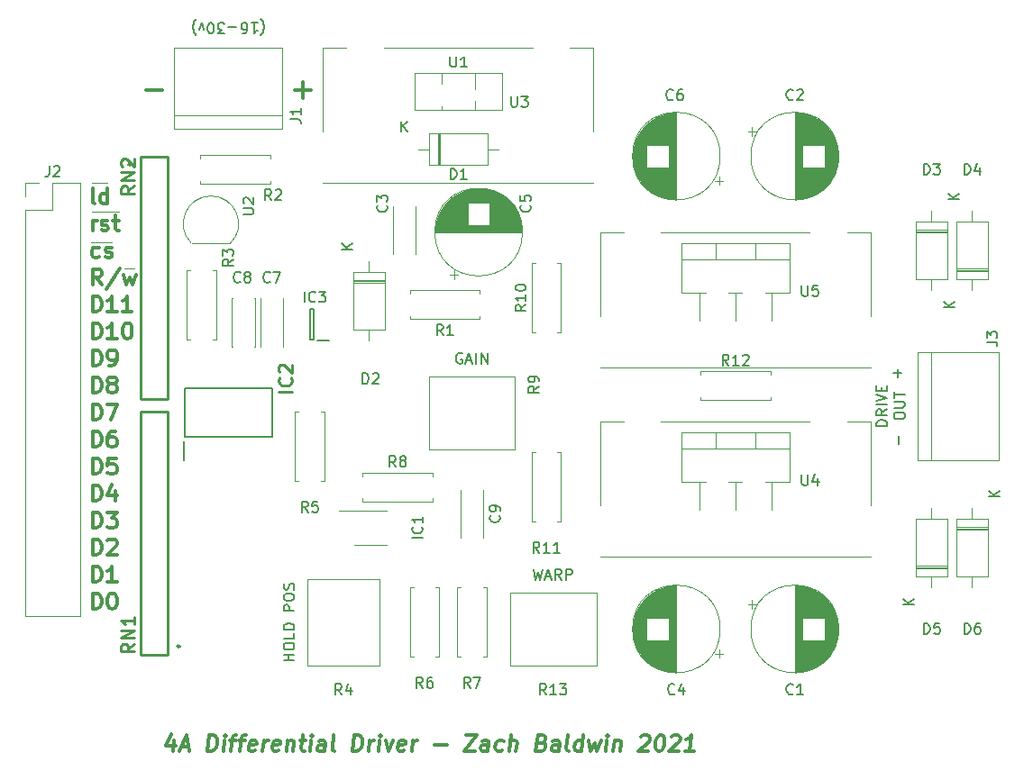
<source format=gbr>
%TF.GenerationSoftware,KiCad,Pcbnew,(5.1.6)-1*%
%TF.CreationDate,2021-05-27T20:40:55-04:00*%
%TF.ProjectId,MirrorDeflectionDriver,4d697272-6f72-4446-9566-6c656374696f,rev?*%
%TF.SameCoordinates,Original*%
%TF.FileFunction,Legend,Top*%
%TF.FilePolarity,Positive*%
%FSLAX46Y46*%
G04 Gerber Fmt 4.6, Leading zero omitted, Abs format (unit mm)*
G04 Created by KiCad (PCBNEW (5.1.6)-1) date 2021-05-27 20:40:55*
%MOMM*%
%LPD*%
G01*
G04 APERTURE LIST*
%ADD10C,0.150000*%
%ADD11C,0.300000*%
%ADD12C,0.120000*%
%ADD13C,0.200000*%
%ADD14C,0.100000*%
%ADD15C,0.254000*%
G04 APERTURE END LIST*
D10*
X185674047Y-98496428D02*
X186435952Y-98496428D01*
X186055000Y-98877380D02*
X186055000Y-98115476D01*
X186126428Y-105155952D02*
X186126428Y-104394047D01*
X185047380Y-103480952D02*
X184047380Y-103480952D01*
X184047380Y-103242857D01*
X184095000Y-103100000D01*
X184190238Y-103004761D01*
X184285476Y-102957142D01*
X184475952Y-102909523D01*
X184618809Y-102909523D01*
X184809285Y-102957142D01*
X184904523Y-103004761D01*
X184999761Y-103100000D01*
X185047380Y-103242857D01*
X185047380Y-103480952D01*
X185047380Y-101909523D02*
X184571190Y-102242857D01*
X185047380Y-102480952D02*
X184047380Y-102480952D01*
X184047380Y-102100000D01*
X184095000Y-102004761D01*
X184142619Y-101957142D01*
X184237857Y-101909523D01*
X184380714Y-101909523D01*
X184475952Y-101957142D01*
X184523571Y-102004761D01*
X184571190Y-102100000D01*
X184571190Y-102480952D01*
X185047380Y-101480952D02*
X184047380Y-101480952D01*
X184047380Y-101147619D02*
X185047380Y-100814285D01*
X184047380Y-100480952D01*
X184523571Y-100147619D02*
X184523571Y-99814285D01*
X185047380Y-99671428D02*
X185047380Y-100147619D01*
X184047380Y-100147619D01*
X184047380Y-99671428D01*
X185697380Y-102600000D02*
X185697380Y-102409523D01*
X185745000Y-102314285D01*
X185840238Y-102219047D01*
X186030714Y-102171428D01*
X186364047Y-102171428D01*
X186554523Y-102219047D01*
X186649761Y-102314285D01*
X186697380Y-102409523D01*
X186697380Y-102600000D01*
X186649761Y-102695238D01*
X186554523Y-102790476D01*
X186364047Y-102838095D01*
X186030714Y-102838095D01*
X185840238Y-102790476D01*
X185745000Y-102695238D01*
X185697380Y-102600000D01*
X185697380Y-101742857D02*
X186506904Y-101742857D01*
X186602142Y-101695238D01*
X186649761Y-101647619D01*
X186697380Y-101552380D01*
X186697380Y-101361904D01*
X186649761Y-101266666D01*
X186602142Y-101219047D01*
X186506904Y-101171428D01*
X185697380Y-101171428D01*
X185697380Y-100838095D02*
X185697380Y-100266666D01*
X186697380Y-100552380D02*
X185697380Y-100552380D01*
D11*
X129413095Y-71897857D02*
X130936904Y-71897857D01*
X130175000Y-72659761D02*
X130175000Y-71135952D01*
D10*
X126237619Y-65206666D02*
X126285238Y-65254285D01*
X126380476Y-65397142D01*
X126428095Y-65492380D01*
X126475714Y-65635238D01*
X126523333Y-65873333D01*
X126523333Y-66063809D01*
X126475714Y-66301904D01*
X126428095Y-66444761D01*
X126380476Y-66540000D01*
X126285238Y-66682857D01*
X126237619Y-66730476D01*
X125332857Y-65587619D02*
X125904285Y-65587619D01*
X125618571Y-65587619D02*
X125618571Y-66587619D01*
X125713809Y-66444761D01*
X125809047Y-66349523D01*
X125904285Y-66301904D01*
X124475714Y-66587619D02*
X124666190Y-66587619D01*
X124761428Y-66540000D01*
X124809047Y-66492380D01*
X124904285Y-66349523D01*
X124951904Y-66159047D01*
X124951904Y-65778095D01*
X124904285Y-65682857D01*
X124856666Y-65635238D01*
X124761428Y-65587619D01*
X124570952Y-65587619D01*
X124475714Y-65635238D01*
X124428095Y-65682857D01*
X124380476Y-65778095D01*
X124380476Y-66016190D01*
X124428095Y-66111428D01*
X124475714Y-66159047D01*
X124570952Y-66206666D01*
X124761428Y-66206666D01*
X124856666Y-66159047D01*
X124904285Y-66111428D01*
X124951904Y-66016190D01*
X123951904Y-65968571D02*
X123190000Y-65968571D01*
X122809047Y-66587619D02*
X122190000Y-66587619D01*
X122523333Y-66206666D01*
X122380476Y-66206666D01*
X122285238Y-66159047D01*
X122237619Y-66111428D01*
X122190000Y-66016190D01*
X122190000Y-65778095D01*
X122237619Y-65682857D01*
X122285238Y-65635238D01*
X122380476Y-65587619D01*
X122666190Y-65587619D01*
X122761428Y-65635238D01*
X122809047Y-65682857D01*
X121570952Y-66587619D02*
X121475714Y-66587619D01*
X121380476Y-66540000D01*
X121332857Y-66492380D01*
X121285238Y-66397142D01*
X121237619Y-66206666D01*
X121237619Y-65968571D01*
X121285238Y-65778095D01*
X121332857Y-65682857D01*
X121380476Y-65635238D01*
X121475714Y-65587619D01*
X121570952Y-65587619D01*
X121666190Y-65635238D01*
X121713809Y-65682857D01*
X121761428Y-65778095D01*
X121809047Y-65968571D01*
X121809047Y-66206666D01*
X121761428Y-66397142D01*
X121713809Y-66492380D01*
X121666190Y-66540000D01*
X121570952Y-66587619D01*
X120904285Y-66254285D02*
X120666190Y-65587619D01*
X120428095Y-66254285D01*
X120142380Y-65206666D02*
X120094761Y-65254285D01*
X119999523Y-65397142D01*
X119951904Y-65492380D01*
X119904285Y-65635238D01*
X119856666Y-65873333D01*
X119856666Y-66063809D01*
X119904285Y-66301904D01*
X119951904Y-66444761D01*
X119999523Y-66540000D01*
X120094761Y-66682857D01*
X120142380Y-66730476D01*
D11*
X115443095Y-71897857D02*
X116966904Y-71897857D01*
D10*
X151812857Y-116927380D02*
X152050952Y-117927380D01*
X152241428Y-117213095D01*
X152431904Y-117927380D01*
X152670000Y-116927380D01*
X153003333Y-117641666D02*
X153479523Y-117641666D01*
X152908095Y-117927380D02*
X153241428Y-116927380D01*
X153574761Y-117927380D01*
X154479523Y-117927380D02*
X154146190Y-117451190D01*
X153908095Y-117927380D02*
X153908095Y-116927380D01*
X154289047Y-116927380D01*
X154384285Y-116975000D01*
X154431904Y-117022619D01*
X154479523Y-117117857D01*
X154479523Y-117260714D01*
X154431904Y-117355952D01*
X154384285Y-117403571D01*
X154289047Y-117451190D01*
X153908095Y-117451190D01*
X154908095Y-117927380D02*
X154908095Y-116927380D01*
X155289047Y-116927380D01*
X155384285Y-116975000D01*
X155431904Y-117022619D01*
X155479523Y-117117857D01*
X155479523Y-117260714D01*
X155431904Y-117355952D01*
X155384285Y-117403571D01*
X155289047Y-117451190D01*
X154908095Y-117451190D01*
X129357380Y-125515238D02*
X128357380Y-125515238D01*
X128833571Y-125515238D02*
X128833571Y-124943809D01*
X129357380Y-124943809D02*
X128357380Y-124943809D01*
X128357380Y-124277142D02*
X128357380Y-124086666D01*
X128405000Y-123991428D01*
X128500238Y-123896190D01*
X128690714Y-123848571D01*
X129024047Y-123848571D01*
X129214523Y-123896190D01*
X129309761Y-123991428D01*
X129357380Y-124086666D01*
X129357380Y-124277142D01*
X129309761Y-124372380D01*
X129214523Y-124467619D01*
X129024047Y-124515238D01*
X128690714Y-124515238D01*
X128500238Y-124467619D01*
X128405000Y-124372380D01*
X128357380Y-124277142D01*
X129357380Y-122943809D02*
X129357380Y-123420000D01*
X128357380Y-123420000D01*
X129357380Y-122610476D02*
X128357380Y-122610476D01*
X128357380Y-122372380D01*
X128405000Y-122229523D01*
X128500238Y-122134285D01*
X128595476Y-122086666D01*
X128785952Y-122039047D01*
X128928809Y-122039047D01*
X129119285Y-122086666D01*
X129214523Y-122134285D01*
X129309761Y-122229523D01*
X129357380Y-122372380D01*
X129357380Y-122610476D01*
X129357380Y-120848571D02*
X128357380Y-120848571D01*
X128357380Y-120467619D01*
X128405000Y-120372380D01*
X128452619Y-120324761D01*
X128547857Y-120277142D01*
X128690714Y-120277142D01*
X128785952Y-120324761D01*
X128833571Y-120372380D01*
X128881190Y-120467619D01*
X128881190Y-120848571D01*
X128357380Y-119658095D02*
X128357380Y-119467619D01*
X128405000Y-119372380D01*
X128500238Y-119277142D01*
X128690714Y-119229523D01*
X129024047Y-119229523D01*
X129214523Y-119277142D01*
X129309761Y-119372380D01*
X129357380Y-119467619D01*
X129357380Y-119658095D01*
X129309761Y-119753333D01*
X129214523Y-119848571D01*
X129024047Y-119896190D01*
X128690714Y-119896190D01*
X128500238Y-119848571D01*
X128405000Y-119753333D01*
X128357380Y-119658095D01*
X129309761Y-118848571D02*
X129357380Y-118705714D01*
X129357380Y-118467619D01*
X129309761Y-118372380D01*
X129262142Y-118324761D01*
X129166904Y-118277142D01*
X129071666Y-118277142D01*
X128976428Y-118324761D01*
X128928809Y-118372380D01*
X128881190Y-118467619D01*
X128833571Y-118658095D01*
X128785952Y-118753333D01*
X128738333Y-118800952D01*
X128643095Y-118848571D01*
X128547857Y-118848571D01*
X128452619Y-118800952D01*
X128405000Y-118753333D01*
X128357380Y-118658095D01*
X128357380Y-118420000D01*
X128405000Y-118277142D01*
X145121428Y-96655000D02*
X145026190Y-96607380D01*
X144883333Y-96607380D01*
X144740476Y-96655000D01*
X144645238Y-96750238D01*
X144597619Y-96845476D01*
X144550000Y-97035952D01*
X144550000Y-97178809D01*
X144597619Y-97369285D01*
X144645238Y-97464523D01*
X144740476Y-97559761D01*
X144883333Y-97607380D01*
X144978571Y-97607380D01*
X145121428Y-97559761D01*
X145169047Y-97512142D01*
X145169047Y-97178809D01*
X144978571Y-97178809D01*
X145550000Y-97321666D02*
X146026190Y-97321666D01*
X145454761Y-97607380D02*
X145788095Y-96607380D01*
X146121428Y-97607380D01*
X146454761Y-97607380D02*
X146454761Y-96607380D01*
X146930952Y-97607380D02*
X146930952Y-96607380D01*
X147502380Y-97607380D01*
X147502380Y-96607380D01*
D12*
X110363000Y-80645000D02*
X111823500Y-80645000D01*
X112903000Y-83312000D02*
X110363000Y-83312000D01*
X110299500Y-86169500D02*
X112204500Y-86169500D01*
X114363500Y-88646000D02*
X113411000Y-88646000D01*
D11*
X110621428Y-82593571D02*
X110478571Y-82522142D01*
X110407142Y-82379285D01*
X110407142Y-81093571D01*
X111835714Y-82593571D02*
X111835714Y-81093571D01*
X111835714Y-82522142D02*
X111692857Y-82593571D01*
X111407142Y-82593571D01*
X111264285Y-82522142D01*
X111192857Y-82450714D01*
X111121428Y-82307857D01*
X111121428Y-81879285D01*
X111192857Y-81736428D01*
X111264285Y-81665000D01*
X111407142Y-81593571D01*
X111692857Y-81593571D01*
X111835714Y-81665000D01*
X110407142Y-85133571D02*
X110407142Y-84133571D01*
X110407142Y-84419285D02*
X110478571Y-84276428D01*
X110550000Y-84205000D01*
X110692857Y-84133571D01*
X110835714Y-84133571D01*
X111264285Y-85062142D02*
X111407142Y-85133571D01*
X111692857Y-85133571D01*
X111835714Y-85062142D01*
X111907142Y-84919285D01*
X111907142Y-84847857D01*
X111835714Y-84705000D01*
X111692857Y-84633571D01*
X111478571Y-84633571D01*
X111335714Y-84562142D01*
X111264285Y-84419285D01*
X111264285Y-84347857D01*
X111335714Y-84205000D01*
X111478571Y-84133571D01*
X111692857Y-84133571D01*
X111835714Y-84205000D01*
X112335714Y-84133571D02*
X112907142Y-84133571D01*
X112550000Y-83633571D02*
X112550000Y-84919285D01*
X112621428Y-85062142D01*
X112764285Y-85133571D01*
X112907142Y-85133571D01*
X111050000Y-87602142D02*
X110907142Y-87673571D01*
X110621428Y-87673571D01*
X110478571Y-87602142D01*
X110407142Y-87530714D01*
X110335714Y-87387857D01*
X110335714Y-86959285D01*
X110407142Y-86816428D01*
X110478571Y-86745000D01*
X110621428Y-86673571D01*
X110907142Y-86673571D01*
X111050000Y-86745000D01*
X111621428Y-87602142D02*
X111764285Y-87673571D01*
X112050000Y-87673571D01*
X112192857Y-87602142D01*
X112264285Y-87459285D01*
X112264285Y-87387857D01*
X112192857Y-87245000D01*
X112050000Y-87173571D01*
X111835714Y-87173571D01*
X111692857Y-87102142D01*
X111621428Y-86959285D01*
X111621428Y-86887857D01*
X111692857Y-86745000D01*
X111835714Y-86673571D01*
X112050000Y-86673571D01*
X112192857Y-86745000D01*
X111264285Y-90213571D02*
X110764285Y-89499285D01*
X110407142Y-90213571D02*
X110407142Y-88713571D01*
X110978571Y-88713571D01*
X111121428Y-88785000D01*
X111192857Y-88856428D01*
X111264285Y-88999285D01*
X111264285Y-89213571D01*
X111192857Y-89356428D01*
X111121428Y-89427857D01*
X110978571Y-89499285D01*
X110407142Y-89499285D01*
X112978571Y-88642142D02*
X111692857Y-90570714D01*
X113335714Y-89213571D02*
X113621428Y-90213571D01*
X113907142Y-89499285D01*
X114192857Y-90213571D01*
X114478571Y-89213571D01*
X110407142Y-92753571D02*
X110407142Y-91253571D01*
X110764285Y-91253571D01*
X110978571Y-91325000D01*
X111121428Y-91467857D01*
X111192857Y-91610714D01*
X111264285Y-91896428D01*
X111264285Y-92110714D01*
X111192857Y-92396428D01*
X111121428Y-92539285D01*
X110978571Y-92682142D01*
X110764285Y-92753571D01*
X110407142Y-92753571D01*
X112692857Y-92753571D02*
X111835714Y-92753571D01*
X112264285Y-92753571D02*
X112264285Y-91253571D01*
X112121428Y-91467857D01*
X111978571Y-91610714D01*
X111835714Y-91682142D01*
X114121428Y-92753571D02*
X113264285Y-92753571D01*
X113692857Y-92753571D02*
X113692857Y-91253571D01*
X113550000Y-91467857D01*
X113407142Y-91610714D01*
X113264285Y-91682142D01*
X110407142Y-95293571D02*
X110407142Y-93793571D01*
X110764285Y-93793571D01*
X110978571Y-93865000D01*
X111121428Y-94007857D01*
X111192857Y-94150714D01*
X111264285Y-94436428D01*
X111264285Y-94650714D01*
X111192857Y-94936428D01*
X111121428Y-95079285D01*
X110978571Y-95222142D01*
X110764285Y-95293571D01*
X110407142Y-95293571D01*
X112692857Y-95293571D02*
X111835714Y-95293571D01*
X112264285Y-95293571D02*
X112264285Y-93793571D01*
X112121428Y-94007857D01*
X111978571Y-94150714D01*
X111835714Y-94222142D01*
X113621428Y-93793571D02*
X113764285Y-93793571D01*
X113907142Y-93865000D01*
X113978571Y-93936428D01*
X114050000Y-94079285D01*
X114121428Y-94365000D01*
X114121428Y-94722142D01*
X114050000Y-95007857D01*
X113978571Y-95150714D01*
X113907142Y-95222142D01*
X113764285Y-95293571D01*
X113621428Y-95293571D01*
X113478571Y-95222142D01*
X113407142Y-95150714D01*
X113335714Y-95007857D01*
X113264285Y-94722142D01*
X113264285Y-94365000D01*
X113335714Y-94079285D01*
X113407142Y-93936428D01*
X113478571Y-93865000D01*
X113621428Y-93793571D01*
X110407142Y-97833571D02*
X110407142Y-96333571D01*
X110764285Y-96333571D01*
X110978571Y-96405000D01*
X111121428Y-96547857D01*
X111192857Y-96690714D01*
X111264285Y-96976428D01*
X111264285Y-97190714D01*
X111192857Y-97476428D01*
X111121428Y-97619285D01*
X110978571Y-97762142D01*
X110764285Y-97833571D01*
X110407142Y-97833571D01*
X111978571Y-97833571D02*
X112264285Y-97833571D01*
X112407142Y-97762142D01*
X112478571Y-97690714D01*
X112621428Y-97476428D01*
X112692857Y-97190714D01*
X112692857Y-96619285D01*
X112621428Y-96476428D01*
X112550000Y-96405000D01*
X112407142Y-96333571D01*
X112121428Y-96333571D01*
X111978571Y-96405000D01*
X111907142Y-96476428D01*
X111835714Y-96619285D01*
X111835714Y-96976428D01*
X111907142Y-97119285D01*
X111978571Y-97190714D01*
X112121428Y-97262142D01*
X112407142Y-97262142D01*
X112550000Y-97190714D01*
X112621428Y-97119285D01*
X112692857Y-96976428D01*
X110407142Y-100373571D02*
X110407142Y-98873571D01*
X110764285Y-98873571D01*
X110978571Y-98945000D01*
X111121428Y-99087857D01*
X111192857Y-99230714D01*
X111264285Y-99516428D01*
X111264285Y-99730714D01*
X111192857Y-100016428D01*
X111121428Y-100159285D01*
X110978571Y-100302142D01*
X110764285Y-100373571D01*
X110407142Y-100373571D01*
X112121428Y-99516428D02*
X111978571Y-99445000D01*
X111907142Y-99373571D01*
X111835714Y-99230714D01*
X111835714Y-99159285D01*
X111907142Y-99016428D01*
X111978571Y-98945000D01*
X112121428Y-98873571D01*
X112407142Y-98873571D01*
X112550000Y-98945000D01*
X112621428Y-99016428D01*
X112692857Y-99159285D01*
X112692857Y-99230714D01*
X112621428Y-99373571D01*
X112550000Y-99445000D01*
X112407142Y-99516428D01*
X112121428Y-99516428D01*
X111978571Y-99587857D01*
X111907142Y-99659285D01*
X111835714Y-99802142D01*
X111835714Y-100087857D01*
X111907142Y-100230714D01*
X111978571Y-100302142D01*
X112121428Y-100373571D01*
X112407142Y-100373571D01*
X112550000Y-100302142D01*
X112621428Y-100230714D01*
X112692857Y-100087857D01*
X112692857Y-99802142D01*
X112621428Y-99659285D01*
X112550000Y-99587857D01*
X112407142Y-99516428D01*
X110407142Y-102913571D02*
X110407142Y-101413571D01*
X110764285Y-101413571D01*
X110978571Y-101485000D01*
X111121428Y-101627857D01*
X111192857Y-101770714D01*
X111264285Y-102056428D01*
X111264285Y-102270714D01*
X111192857Y-102556428D01*
X111121428Y-102699285D01*
X110978571Y-102842142D01*
X110764285Y-102913571D01*
X110407142Y-102913571D01*
X111764285Y-101413571D02*
X112764285Y-101413571D01*
X112121428Y-102913571D01*
X110407142Y-105453571D02*
X110407142Y-103953571D01*
X110764285Y-103953571D01*
X110978571Y-104025000D01*
X111121428Y-104167857D01*
X111192857Y-104310714D01*
X111264285Y-104596428D01*
X111264285Y-104810714D01*
X111192857Y-105096428D01*
X111121428Y-105239285D01*
X110978571Y-105382142D01*
X110764285Y-105453571D01*
X110407142Y-105453571D01*
X112550000Y-103953571D02*
X112264285Y-103953571D01*
X112121428Y-104025000D01*
X112050000Y-104096428D01*
X111907142Y-104310714D01*
X111835714Y-104596428D01*
X111835714Y-105167857D01*
X111907142Y-105310714D01*
X111978571Y-105382142D01*
X112121428Y-105453571D01*
X112407142Y-105453571D01*
X112550000Y-105382142D01*
X112621428Y-105310714D01*
X112692857Y-105167857D01*
X112692857Y-104810714D01*
X112621428Y-104667857D01*
X112550000Y-104596428D01*
X112407142Y-104525000D01*
X112121428Y-104525000D01*
X111978571Y-104596428D01*
X111907142Y-104667857D01*
X111835714Y-104810714D01*
X110407142Y-107993571D02*
X110407142Y-106493571D01*
X110764285Y-106493571D01*
X110978571Y-106565000D01*
X111121428Y-106707857D01*
X111192857Y-106850714D01*
X111264285Y-107136428D01*
X111264285Y-107350714D01*
X111192857Y-107636428D01*
X111121428Y-107779285D01*
X110978571Y-107922142D01*
X110764285Y-107993571D01*
X110407142Y-107993571D01*
X112621428Y-106493571D02*
X111907142Y-106493571D01*
X111835714Y-107207857D01*
X111907142Y-107136428D01*
X112050000Y-107065000D01*
X112407142Y-107065000D01*
X112550000Y-107136428D01*
X112621428Y-107207857D01*
X112692857Y-107350714D01*
X112692857Y-107707857D01*
X112621428Y-107850714D01*
X112550000Y-107922142D01*
X112407142Y-107993571D01*
X112050000Y-107993571D01*
X111907142Y-107922142D01*
X111835714Y-107850714D01*
X110407142Y-110533571D02*
X110407142Y-109033571D01*
X110764285Y-109033571D01*
X110978571Y-109105000D01*
X111121428Y-109247857D01*
X111192857Y-109390714D01*
X111264285Y-109676428D01*
X111264285Y-109890714D01*
X111192857Y-110176428D01*
X111121428Y-110319285D01*
X110978571Y-110462142D01*
X110764285Y-110533571D01*
X110407142Y-110533571D01*
X112550000Y-109533571D02*
X112550000Y-110533571D01*
X112192857Y-108962142D02*
X111835714Y-110033571D01*
X112764285Y-110033571D01*
X110407142Y-113073571D02*
X110407142Y-111573571D01*
X110764285Y-111573571D01*
X110978571Y-111645000D01*
X111121428Y-111787857D01*
X111192857Y-111930714D01*
X111264285Y-112216428D01*
X111264285Y-112430714D01*
X111192857Y-112716428D01*
X111121428Y-112859285D01*
X110978571Y-113002142D01*
X110764285Y-113073571D01*
X110407142Y-113073571D01*
X111764285Y-111573571D02*
X112692857Y-111573571D01*
X112192857Y-112145000D01*
X112407142Y-112145000D01*
X112550000Y-112216428D01*
X112621428Y-112287857D01*
X112692857Y-112430714D01*
X112692857Y-112787857D01*
X112621428Y-112930714D01*
X112550000Y-113002142D01*
X112407142Y-113073571D01*
X111978571Y-113073571D01*
X111835714Y-113002142D01*
X111764285Y-112930714D01*
X110407142Y-115613571D02*
X110407142Y-114113571D01*
X110764285Y-114113571D01*
X110978571Y-114185000D01*
X111121428Y-114327857D01*
X111192857Y-114470714D01*
X111264285Y-114756428D01*
X111264285Y-114970714D01*
X111192857Y-115256428D01*
X111121428Y-115399285D01*
X110978571Y-115542142D01*
X110764285Y-115613571D01*
X110407142Y-115613571D01*
X111835714Y-114256428D02*
X111907142Y-114185000D01*
X112050000Y-114113571D01*
X112407142Y-114113571D01*
X112550000Y-114185000D01*
X112621428Y-114256428D01*
X112692857Y-114399285D01*
X112692857Y-114542142D01*
X112621428Y-114756428D01*
X111764285Y-115613571D01*
X112692857Y-115613571D01*
X110407142Y-118153571D02*
X110407142Y-116653571D01*
X110764285Y-116653571D01*
X110978571Y-116725000D01*
X111121428Y-116867857D01*
X111192857Y-117010714D01*
X111264285Y-117296428D01*
X111264285Y-117510714D01*
X111192857Y-117796428D01*
X111121428Y-117939285D01*
X110978571Y-118082142D01*
X110764285Y-118153571D01*
X110407142Y-118153571D01*
X112692857Y-118153571D02*
X111835714Y-118153571D01*
X112264285Y-118153571D02*
X112264285Y-116653571D01*
X112121428Y-116867857D01*
X111978571Y-117010714D01*
X111835714Y-117082142D01*
X110407142Y-120693571D02*
X110407142Y-119193571D01*
X110764285Y-119193571D01*
X110978571Y-119265000D01*
X111121428Y-119407857D01*
X111192857Y-119550714D01*
X111264285Y-119836428D01*
X111264285Y-120050714D01*
X111192857Y-120336428D01*
X111121428Y-120479285D01*
X110978571Y-120622142D01*
X110764285Y-120693571D01*
X110407142Y-120693571D01*
X112192857Y-119193571D02*
X112335714Y-119193571D01*
X112478571Y-119265000D01*
X112550000Y-119336428D01*
X112621428Y-119479285D01*
X112692857Y-119765000D01*
X112692857Y-120122142D01*
X112621428Y-120407857D01*
X112550000Y-120550714D01*
X112478571Y-120622142D01*
X112335714Y-120693571D01*
X112192857Y-120693571D01*
X112050000Y-120622142D01*
X111978571Y-120550714D01*
X111907142Y-120407857D01*
X111835714Y-120122142D01*
X111835714Y-119765000D01*
X111907142Y-119479285D01*
X111978571Y-119336428D01*
X112050000Y-119265000D01*
X112192857Y-119193571D01*
X118101785Y-133028571D02*
X117976785Y-134028571D01*
X117816071Y-132457142D02*
X117325000Y-133528571D01*
X118253571Y-133528571D01*
X118744642Y-133600000D02*
X119458928Y-133600000D01*
X118548214Y-134028571D02*
X119235714Y-132528571D01*
X119548214Y-134028571D01*
X121191071Y-134028571D02*
X121378571Y-132528571D01*
X121735714Y-132528571D01*
X121941071Y-132600000D01*
X122066071Y-132742857D01*
X122119642Y-132885714D01*
X122155357Y-133171428D01*
X122128571Y-133385714D01*
X122021428Y-133671428D01*
X121932142Y-133814285D01*
X121771428Y-133957142D01*
X121548214Y-134028571D01*
X121191071Y-134028571D01*
X122691071Y-134028571D02*
X122816071Y-133028571D01*
X122878571Y-132528571D02*
X122798214Y-132600000D01*
X122860714Y-132671428D01*
X122941071Y-132600000D01*
X122878571Y-132528571D01*
X122860714Y-132671428D01*
X123316071Y-133028571D02*
X123887500Y-133028571D01*
X123405357Y-134028571D02*
X123566071Y-132742857D01*
X123655357Y-132600000D01*
X123807142Y-132528571D01*
X123950000Y-132528571D01*
X124173214Y-133028571D02*
X124744642Y-133028571D01*
X124262500Y-134028571D02*
X124423214Y-132742857D01*
X124512500Y-132600000D01*
X124664285Y-132528571D01*
X124807142Y-132528571D01*
X125700000Y-133957142D02*
X125548214Y-134028571D01*
X125262500Y-134028571D01*
X125128571Y-133957142D01*
X125075000Y-133814285D01*
X125146428Y-133242857D01*
X125235714Y-133100000D01*
X125387500Y-133028571D01*
X125673214Y-133028571D01*
X125807142Y-133100000D01*
X125860714Y-133242857D01*
X125842857Y-133385714D01*
X125110714Y-133528571D01*
X126405357Y-134028571D02*
X126530357Y-133028571D01*
X126494642Y-133314285D02*
X126583928Y-133171428D01*
X126664285Y-133100000D01*
X126816071Y-133028571D01*
X126958928Y-133028571D01*
X127914285Y-133957142D02*
X127762500Y-134028571D01*
X127476785Y-134028571D01*
X127342857Y-133957142D01*
X127289285Y-133814285D01*
X127360714Y-133242857D01*
X127450000Y-133100000D01*
X127601785Y-133028571D01*
X127887500Y-133028571D01*
X128021428Y-133100000D01*
X128075000Y-133242857D01*
X128057142Y-133385714D01*
X127325000Y-133528571D01*
X128744642Y-133028571D02*
X128619642Y-134028571D01*
X128726785Y-133171428D02*
X128807142Y-133100000D01*
X128958928Y-133028571D01*
X129173214Y-133028571D01*
X129307142Y-133100000D01*
X129360714Y-133242857D01*
X129262500Y-134028571D01*
X129887500Y-133028571D02*
X130458928Y-133028571D01*
X130164285Y-132528571D02*
X130003571Y-133814285D01*
X130057142Y-133957142D01*
X130191071Y-134028571D01*
X130333928Y-134028571D01*
X130833928Y-134028571D02*
X130958928Y-133028571D01*
X131021428Y-132528571D02*
X130941071Y-132600000D01*
X131003571Y-132671428D01*
X131083928Y-132600000D01*
X131021428Y-132528571D01*
X131003571Y-132671428D01*
X132191071Y-134028571D02*
X132289285Y-133242857D01*
X132235714Y-133100000D01*
X132101785Y-133028571D01*
X131816071Y-133028571D01*
X131664285Y-133100000D01*
X132200000Y-133957142D02*
X132048214Y-134028571D01*
X131691071Y-134028571D01*
X131557142Y-133957142D01*
X131503571Y-133814285D01*
X131521428Y-133671428D01*
X131610714Y-133528571D01*
X131762500Y-133457142D01*
X132119642Y-133457142D01*
X132271428Y-133385714D01*
X133119642Y-134028571D02*
X132985714Y-133957142D01*
X132932142Y-133814285D01*
X133092857Y-132528571D01*
X134833928Y-134028571D02*
X135021428Y-132528571D01*
X135378571Y-132528571D01*
X135583928Y-132600000D01*
X135708928Y-132742857D01*
X135762500Y-132885714D01*
X135798214Y-133171428D01*
X135771428Y-133385714D01*
X135664285Y-133671428D01*
X135575000Y-133814285D01*
X135414285Y-133957142D01*
X135191071Y-134028571D01*
X134833928Y-134028571D01*
X136333928Y-134028571D02*
X136458928Y-133028571D01*
X136423214Y-133314285D02*
X136512500Y-133171428D01*
X136592857Y-133100000D01*
X136744642Y-133028571D01*
X136887500Y-133028571D01*
X137262500Y-134028571D02*
X137387500Y-133028571D01*
X137450000Y-132528571D02*
X137369642Y-132600000D01*
X137432142Y-132671428D01*
X137512500Y-132600000D01*
X137450000Y-132528571D01*
X137432142Y-132671428D01*
X137958928Y-133028571D02*
X138191071Y-134028571D01*
X138673214Y-133028571D01*
X139700000Y-133957142D02*
X139548214Y-134028571D01*
X139262500Y-134028571D01*
X139128571Y-133957142D01*
X139075000Y-133814285D01*
X139146428Y-133242857D01*
X139235714Y-133100000D01*
X139387500Y-133028571D01*
X139673214Y-133028571D01*
X139807142Y-133100000D01*
X139860714Y-133242857D01*
X139842857Y-133385714D01*
X139110714Y-133528571D01*
X140405357Y-134028571D02*
X140530357Y-133028571D01*
X140494642Y-133314285D02*
X140583928Y-133171428D01*
X140664285Y-133100000D01*
X140816071Y-133028571D01*
X140958928Y-133028571D01*
X142548214Y-133457142D02*
X143691071Y-133457142D01*
X145521428Y-132528571D02*
X146521428Y-132528571D01*
X145333928Y-134028571D01*
X146333928Y-134028571D01*
X147548214Y-134028571D02*
X147646428Y-133242857D01*
X147592857Y-133100000D01*
X147458928Y-133028571D01*
X147173214Y-133028571D01*
X147021428Y-133100000D01*
X147557142Y-133957142D02*
X147405357Y-134028571D01*
X147048214Y-134028571D01*
X146914285Y-133957142D01*
X146860714Y-133814285D01*
X146878571Y-133671428D01*
X146967857Y-133528571D01*
X147119642Y-133457142D01*
X147476785Y-133457142D01*
X147628571Y-133385714D01*
X148914285Y-133957142D02*
X148762500Y-134028571D01*
X148476785Y-134028571D01*
X148342857Y-133957142D01*
X148280357Y-133885714D01*
X148226785Y-133742857D01*
X148280357Y-133314285D01*
X148369642Y-133171428D01*
X148450000Y-133100000D01*
X148601785Y-133028571D01*
X148887500Y-133028571D01*
X149021428Y-133100000D01*
X149548214Y-134028571D02*
X149735714Y-132528571D01*
X150191071Y-134028571D02*
X150289285Y-133242857D01*
X150235714Y-133100000D01*
X150101785Y-133028571D01*
X149887500Y-133028571D01*
X149735714Y-133100000D01*
X149655357Y-133171428D01*
X152646428Y-133242857D02*
X152851785Y-133314285D01*
X152914285Y-133385714D01*
X152967857Y-133528571D01*
X152941071Y-133742857D01*
X152851785Y-133885714D01*
X152771428Y-133957142D01*
X152619642Y-134028571D01*
X152048214Y-134028571D01*
X152235714Y-132528571D01*
X152735714Y-132528571D01*
X152869642Y-132600000D01*
X152932142Y-132671428D01*
X152985714Y-132814285D01*
X152967857Y-132957142D01*
X152878571Y-133100000D01*
X152798214Y-133171428D01*
X152646428Y-133242857D01*
X152146428Y-133242857D01*
X154191071Y-134028571D02*
X154289285Y-133242857D01*
X154235714Y-133100000D01*
X154101785Y-133028571D01*
X153816071Y-133028571D01*
X153664285Y-133100000D01*
X154200000Y-133957142D02*
X154048214Y-134028571D01*
X153691071Y-134028571D01*
X153557142Y-133957142D01*
X153503571Y-133814285D01*
X153521428Y-133671428D01*
X153610714Y-133528571D01*
X153762500Y-133457142D01*
X154119642Y-133457142D01*
X154271428Y-133385714D01*
X155119642Y-134028571D02*
X154985714Y-133957142D01*
X154932142Y-133814285D01*
X155092857Y-132528571D01*
X156333928Y-134028571D02*
X156521428Y-132528571D01*
X156342857Y-133957142D02*
X156191071Y-134028571D01*
X155905357Y-134028571D01*
X155771428Y-133957142D01*
X155708928Y-133885714D01*
X155655357Y-133742857D01*
X155708928Y-133314285D01*
X155798214Y-133171428D01*
X155878571Y-133100000D01*
X156030357Y-133028571D01*
X156316071Y-133028571D01*
X156450000Y-133100000D01*
X157030357Y-133028571D02*
X157191071Y-134028571D01*
X157566071Y-133314285D01*
X157762500Y-134028571D01*
X158173214Y-133028571D01*
X158619642Y-134028571D02*
X158744642Y-133028571D01*
X158807142Y-132528571D02*
X158726785Y-132600000D01*
X158789285Y-132671428D01*
X158869642Y-132600000D01*
X158807142Y-132528571D01*
X158789285Y-132671428D01*
X159458928Y-133028571D02*
X159333928Y-134028571D01*
X159441071Y-133171428D02*
X159521428Y-133100000D01*
X159673214Y-133028571D01*
X159887500Y-133028571D01*
X160021428Y-133100000D01*
X160075000Y-133242857D01*
X159976785Y-134028571D01*
X161932142Y-132671428D02*
X162012500Y-132600000D01*
X162164285Y-132528571D01*
X162521428Y-132528571D01*
X162655357Y-132600000D01*
X162717857Y-132671428D01*
X162771428Y-132814285D01*
X162753571Y-132957142D01*
X162655357Y-133171428D01*
X161691071Y-134028571D01*
X162619642Y-134028571D01*
X163735714Y-132528571D02*
X163878571Y-132528571D01*
X164012500Y-132600000D01*
X164075000Y-132671428D01*
X164128571Y-132814285D01*
X164164285Y-133100000D01*
X164119642Y-133457142D01*
X164012500Y-133742857D01*
X163923214Y-133885714D01*
X163842857Y-133957142D01*
X163691071Y-134028571D01*
X163548214Y-134028571D01*
X163414285Y-133957142D01*
X163351785Y-133885714D01*
X163298214Y-133742857D01*
X163262500Y-133457142D01*
X163307142Y-133100000D01*
X163414285Y-132814285D01*
X163503571Y-132671428D01*
X163583928Y-132600000D01*
X163735714Y-132528571D01*
X164789285Y-132671428D02*
X164869642Y-132600000D01*
X165021428Y-132528571D01*
X165378571Y-132528571D01*
X165512500Y-132600000D01*
X165575000Y-132671428D01*
X165628571Y-132814285D01*
X165610714Y-132957142D01*
X165512500Y-133171428D01*
X164548214Y-134028571D01*
X165476785Y-134028571D01*
X166905357Y-134028571D02*
X166048214Y-134028571D01*
X166476785Y-134028571D02*
X166664285Y-132528571D01*
X166494642Y-132742857D01*
X166333928Y-132885714D01*
X166182142Y-132957142D01*
D12*
%TO.C,D2*%
X137868000Y-89754000D02*
X134928000Y-89754000D01*
X137868000Y-89994000D02*
X134928000Y-89994000D01*
X137868000Y-89874000D02*
X134928000Y-89874000D01*
X136398000Y-95434000D02*
X136398000Y-94414000D01*
X136398000Y-87954000D02*
X136398000Y-88974000D01*
X137868000Y-94414000D02*
X137868000Y-88974000D01*
X134928000Y-94414000D02*
X137868000Y-94414000D01*
X134928000Y-88974000D02*
X134928000Y-94414000D01*
X137868000Y-88974000D02*
X134928000Y-88974000D01*
%TO.C,IC1*%
X136525000Y-111420000D02*
X133600000Y-111420000D01*
X136525000Y-111420000D02*
X138025000Y-111420000D01*
X136525000Y-114640000D02*
X135025000Y-114640000D01*
X136525000Y-114640000D02*
X138025000Y-114640000D01*
%TO.C,U2*%
X119739000Y-86305000D02*
X123339000Y-86305000D01*
X123377478Y-86293478D02*
G75*
G03*
X121539000Y-81855000I-1838478J1838478D01*
G01*
X119700522Y-86293478D02*
G75*
G02*
X121539000Y-81855000I1838478J1838478D01*
G01*
D13*
%TO.C,IC3*%
X132630000Y-95444000D02*
X131530000Y-95444000D01*
X131180000Y-92459000D02*
X131180000Y-95359000D01*
X130880000Y-92459000D02*
X131180000Y-92459000D01*
X130880000Y-95359000D02*
X130880000Y-92459000D01*
X131180000Y-95359000D02*
X130880000Y-95359000D01*
%TO.C,IC2*%
X119040000Y-106685000D02*
X119040000Y-104885000D01*
X127290000Y-104535000D02*
X119090000Y-104535000D01*
X127290000Y-99935000D02*
X127290000Y-104535000D01*
X119090000Y-99935000D02*
X127290000Y-99935000D01*
X119090000Y-104535000D02*
X119090000Y-99935000D01*
D12*
%TO.C,J2*%
X104080000Y-80585000D02*
X105410000Y-80585000D01*
X104080000Y-81915000D02*
X104080000Y-80585000D01*
X106680000Y-80585000D02*
X109280000Y-80585000D01*
X106680000Y-83185000D02*
X106680000Y-80585000D01*
X104080000Y-83185000D02*
X106680000Y-83185000D01*
X109280000Y-80585000D02*
X109280000Y-121345000D01*
X104080000Y-83185000D02*
X104080000Y-121345000D01*
X104080000Y-121345000D02*
X109280000Y-121345000D01*
%TO.C,U7*%
X174215000Y-108716000D02*
X174215000Y-111330000D01*
X170815000Y-108716000D02*
X170815000Y-111330000D01*
X167415000Y-108716000D02*
X167415000Y-111346000D01*
X172665000Y-104075000D02*
X172665000Y-105584000D01*
X168965000Y-104075000D02*
X168965000Y-105584000D01*
X165694000Y-105584000D02*
X175935000Y-105584000D01*
X175935000Y-104075000D02*
X175935000Y-108716000D01*
X165694000Y-104075000D02*
X165694000Y-108716000D01*
X173580000Y-108716000D02*
X175935000Y-108716000D01*
X170180000Y-108716000D02*
X171450000Y-108716000D01*
X165694000Y-108716000D02*
X168050000Y-108716000D01*
X165694000Y-104075000D02*
X175935000Y-104075000D01*
%TO.C,U6*%
X174215000Y-90936000D02*
X174215000Y-93550000D01*
X170815000Y-90936000D02*
X170815000Y-93550000D01*
X167415000Y-90936000D02*
X167415000Y-93566000D01*
X172665000Y-86295000D02*
X172665000Y-87804000D01*
X168965000Y-86295000D02*
X168965000Y-87804000D01*
X165694000Y-87804000D02*
X175935000Y-87804000D01*
X175935000Y-86295000D02*
X175935000Y-90936000D01*
X165694000Y-86295000D02*
X165694000Y-90936000D01*
X173580000Y-90936000D02*
X175935000Y-90936000D01*
X170180000Y-90936000D02*
X171450000Y-90936000D01*
X165694000Y-90936000D02*
X168050000Y-90936000D01*
X165694000Y-86295000D02*
X175935000Y-86295000D01*
D14*
%TO.C,U5*%
X158100000Y-97995000D02*
X183500000Y-97995000D01*
X158100000Y-93145000D02*
X158100000Y-85295000D01*
X158100000Y-85295000D02*
X160300000Y-85295000D01*
X183500000Y-93145000D02*
X183500000Y-85295000D01*
X183500000Y-85295000D02*
X181300000Y-85295000D01*
X163800000Y-85295000D02*
X177800000Y-85295000D01*
%TO.C,U4*%
X158100000Y-115775000D02*
X183500000Y-115775000D01*
X158100000Y-110925000D02*
X158100000Y-103075000D01*
X158100000Y-103075000D02*
X160300000Y-103075000D01*
X183500000Y-110925000D02*
X183500000Y-103075000D01*
X183500000Y-103075000D02*
X181300000Y-103075000D01*
X163800000Y-103075000D02*
X177800000Y-103075000D01*
%TO.C,U3*%
X132065000Y-80605000D02*
X157465000Y-80605000D01*
X132065000Y-75755000D02*
X132065000Y-67905000D01*
X132065000Y-67905000D02*
X134265000Y-67905000D01*
X157465000Y-75755000D02*
X157465000Y-67905000D01*
X157465000Y-67905000D02*
X155265000Y-67905000D01*
X137765000Y-67905000D02*
X151765000Y-67905000D01*
D12*
%TO.C,U1*%
X146381000Y-72930000D02*
X146381000Y-73760000D01*
X146381000Y-70270000D02*
X146381000Y-71850000D01*
X143180000Y-73440000D02*
X143180000Y-73760000D01*
X143180000Y-70270000D02*
X143180000Y-71340000D01*
X148900000Y-70270000D02*
X148900000Y-73760000D01*
X140660000Y-70270000D02*
X140660000Y-73760000D01*
X140660000Y-73760000D02*
X148900000Y-73760000D01*
X140660000Y-70270000D02*
X148900000Y-70270000D01*
D15*
%TO.C,RN2*%
X114025905Y-78881665D02*
G75*
G03*
X114025905Y-78881665I-122235J0D01*
G01*
X114960000Y-78130000D02*
X117450000Y-78130000D01*
X114960000Y-100940000D02*
X114960000Y-78130000D01*
X117450000Y-100940000D02*
X114960000Y-100940000D01*
X117450000Y-78130000D02*
X117450000Y-100940000D01*
%TO.C,RN1*%
X118628565Y-124191335D02*
G75*
G03*
X118628565Y-124191335I-122235J0D01*
G01*
X117450000Y-124943000D02*
X114960000Y-124943000D01*
X117450000Y-102133000D02*
X117450000Y-124943000D01*
X114960000Y-102133000D02*
X117450000Y-102133000D01*
X114960000Y-124943000D02*
X114960000Y-102133000D01*
D14*
%TO.C,R13*%
X149660000Y-119150000D02*
X157760000Y-119150000D01*
X149660000Y-125960000D02*
X149660000Y-119150000D01*
X157760000Y-125960000D02*
X149660000Y-125960000D01*
X157760000Y-119150000D02*
X157760000Y-125960000D01*
D12*
%TO.C,R12*%
X174085000Y-101065000D02*
X174085000Y-100735000D01*
X167545000Y-101065000D02*
X174085000Y-101065000D01*
X167545000Y-100735000D02*
X167545000Y-101065000D01*
X174085000Y-98325000D02*
X174085000Y-98655000D01*
X167545000Y-98325000D02*
X174085000Y-98325000D01*
X167545000Y-98655000D02*
X167545000Y-98325000D01*
%TO.C,R11*%
X151665000Y-112490000D02*
X151995000Y-112490000D01*
X151665000Y-105950000D02*
X151665000Y-112490000D01*
X151995000Y-105950000D02*
X151665000Y-105950000D01*
X154405000Y-112490000D02*
X154075000Y-112490000D01*
X154405000Y-105950000D02*
X154405000Y-112490000D01*
X154075000Y-105950000D02*
X154405000Y-105950000D01*
%TO.C,R10*%
X154405000Y-88170000D02*
X154075000Y-88170000D01*
X154405000Y-94710000D02*
X154405000Y-88170000D01*
X154075000Y-94710000D02*
X154405000Y-94710000D01*
X151665000Y-88170000D02*
X151995000Y-88170000D01*
X151665000Y-94710000D02*
X151665000Y-88170000D01*
X151995000Y-94710000D02*
X151665000Y-94710000D01*
D14*
%TO.C,R9*%
X150100000Y-105640000D02*
X142000000Y-105640000D01*
X150100000Y-98830000D02*
X150100000Y-105640000D01*
X142000000Y-98830000D02*
X150100000Y-98830000D01*
X142000000Y-105640000D02*
X142000000Y-98830000D01*
D12*
%TO.C,R8*%
X142335000Y-110590000D02*
X142335000Y-110260000D01*
X135795000Y-110590000D02*
X142335000Y-110590000D01*
X135795000Y-110260000D02*
X135795000Y-110590000D01*
X142335000Y-107850000D02*
X142335000Y-108180000D01*
X135795000Y-107850000D02*
X142335000Y-107850000D01*
X135795000Y-108180000D02*
X135795000Y-107850000D01*
%TO.C,R7*%
X144680000Y-125190000D02*
X145010000Y-125190000D01*
X144680000Y-118650000D02*
X144680000Y-125190000D01*
X145010000Y-118650000D02*
X144680000Y-118650000D01*
X147420000Y-125190000D02*
X147090000Y-125190000D01*
X147420000Y-118650000D02*
X147420000Y-125190000D01*
X147090000Y-118650000D02*
X147420000Y-118650000D01*
%TO.C,R6*%
X142975000Y-118650000D02*
X142645000Y-118650000D01*
X142975000Y-125190000D02*
X142975000Y-118650000D01*
X142645000Y-125190000D02*
X142975000Y-125190000D01*
X140235000Y-118650000D02*
X140565000Y-118650000D01*
X140235000Y-125190000D02*
X140235000Y-118650000D01*
X140565000Y-125190000D02*
X140235000Y-125190000D01*
%TO.C,R5*%
X132180000Y-102140000D02*
X131850000Y-102140000D01*
X132180000Y-108680000D02*
X132180000Y-102140000D01*
X131850000Y-108680000D02*
X132180000Y-108680000D01*
X129440000Y-102140000D02*
X129770000Y-102140000D01*
X129440000Y-108680000D02*
X129440000Y-102140000D01*
X129770000Y-108680000D02*
X129440000Y-108680000D01*
D14*
%TO.C,R4*%
X137390000Y-117870000D02*
X137390000Y-125970000D01*
X130580000Y-117870000D02*
X137390000Y-117870000D01*
X130580000Y-125970000D02*
X130580000Y-117870000D01*
X137390000Y-125970000D02*
X130580000Y-125970000D01*
D12*
%TO.C,R3*%
X119280000Y-95345000D02*
X119610000Y-95345000D01*
X119280000Y-88805000D02*
X119280000Y-95345000D01*
X119610000Y-88805000D02*
X119280000Y-88805000D01*
X122020000Y-95345000D02*
X121690000Y-95345000D01*
X122020000Y-88805000D02*
X122020000Y-95345000D01*
X121690000Y-88805000D02*
X122020000Y-88805000D01*
%TO.C,R2*%
X120555000Y-78005000D02*
X120555000Y-78335000D01*
X127095000Y-78005000D02*
X120555000Y-78005000D01*
X127095000Y-78335000D02*
X127095000Y-78005000D01*
X120555000Y-80745000D02*
X120555000Y-80415000D01*
X127095000Y-80745000D02*
X120555000Y-80745000D01*
X127095000Y-80415000D02*
X127095000Y-80745000D01*
%TO.C,R1*%
X146780000Y-93445000D02*
X146780000Y-93115000D01*
X140240000Y-93445000D02*
X146780000Y-93445000D01*
X140240000Y-93115000D02*
X140240000Y-93445000D01*
X146780000Y-90705000D02*
X146780000Y-91035000D01*
X140240000Y-90705000D02*
X146780000Y-90705000D01*
X140240000Y-91035000D02*
X140240000Y-90705000D01*
%TO.C,J3*%
X187960000Y-96520000D02*
X187960000Y-106680000D01*
X195580000Y-96520000D02*
X187960000Y-96520000D01*
X195580000Y-106680000D02*
X195580000Y-96520000D01*
X187960000Y-106680000D02*
X195580000Y-106680000D01*
X189230000Y-106680000D02*
X189230000Y-96520000D01*
%TO.C,J1*%
X118110000Y-75565000D02*
X128270000Y-75565000D01*
X118110000Y-67945000D02*
X118110000Y-75565000D01*
X128270000Y-67945000D02*
X118110000Y-67945000D01*
X128270000Y-75565000D02*
X128270000Y-67945000D01*
X128270000Y-74295000D02*
X118110000Y-74295000D01*
%TO.C,D6*%
X194510000Y-112995000D02*
X191570000Y-112995000D01*
X194510000Y-113235000D02*
X191570000Y-113235000D01*
X194510000Y-113115000D02*
X191570000Y-113115000D01*
X193040000Y-118675000D02*
X193040000Y-117655000D01*
X193040000Y-111195000D02*
X193040000Y-112215000D01*
X194510000Y-117655000D02*
X194510000Y-112215000D01*
X191570000Y-117655000D02*
X194510000Y-117655000D01*
X191570000Y-112215000D02*
X191570000Y-117655000D01*
X194510000Y-112215000D02*
X191570000Y-112215000D01*
%TO.C,D5*%
X187760000Y-116875000D02*
X190700000Y-116875000D01*
X187760000Y-116635000D02*
X190700000Y-116635000D01*
X187760000Y-116755000D02*
X190700000Y-116755000D01*
X189230000Y-111195000D02*
X189230000Y-112215000D01*
X189230000Y-118675000D02*
X189230000Y-117655000D01*
X187760000Y-112215000D02*
X187760000Y-117655000D01*
X190700000Y-112215000D02*
X187760000Y-112215000D01*
X190700000Y-117655000D02*
X190700000Y-112215000D01*
X187760000Y-117655000D02*
X190700000Y-117655000D01*
%TO.C,D4*%
X191570000Y-88935000D02*
X194510000Y-88935000D01*
X191570000Y-88695000D02*
X194510000Y-88695000D01*
X191570000Y-88815000D02*
X194510000Y-88815000D01*
X193040000Y-83255000D02*
X193040000Y-84275000D01*
X193040000Y-90735000D02*
X193040000Y-89715000D01*
X191570000Y-84275000D02*
X191570000Y-89715000D01*
X194510000Y-84275000D02*
X191570000Y-84275000D01*
X194510000Y-89715000D02*
X194510000Y-84275000D01*
X191570000Y-89715000D02*
X194510000Y-89715000D01*
%TO.C,D3*%
X190700000Y-85055000D02*
X187760000Y-85055000D01*
X190700000Y-85295000D02*
X187760000Y-85295000D01*
X190700000Y-85175000D02*
X187760000Y-85175000D01*
X189230000Y-90735000D02*
X189230000Y-89715000D01*
X189230000Y-83255000D02*
X189230000Y-84275000D01*
X190700000Y-89715000D02*
X190700000Y-84275000D01*
X187760000Y-89715000D02*
X190700000Y-89715000D01*
X187760000Y-84275000D02*
X187760000Y-89715000D01*
X190700000Y-84275000D02*
X187760000Y-84275000D01*
%TO.C,D1*%
X142840000Y-76000000D02*
X142840000Y-78940000D01*
X143080000Y-76000000D02*
X143080000Y-78940000D01*
X142960000Y-76000000D02*
X142960000Y-78940000D01*
X148520000Y-77470000D02*
X147500000Y-77470000D01*
X141040000Y-77470000D02*
X142060000Y-77470000D01*
X147500000Y-76000000D02*
X142060000Y-76000000D01*
X147500000Y-78940000D02*
X147500000Y-76000000D01*
X142060000Y-78940000D02*
X147500000Y-78940000D01*
X142060000Y-76000000D02*
X142060000Y-78940000D01*
%TO.C,C9*%
X144995000Y-113990000D02*
X144980000Y-113990000D01*
X147120000Y-113990000D02*
X147105000Y-113990000D01*
X144995000Y-109450000D02*
X144980000Y-109450000D01*
X147120000Y-109450000D02*
X147105000Y-109450000D01*
X144980000Y-109450000D02*
X144980000Y-113990000D01*
X147120000Y-109450000D02*
X147120000Y-113990000D01*
%TO.C,C8*%
X125642000Y-91496000D02*
X125657000Y-91496000D01*
X123517000Y-91496000D02*
X123532000Y-91496000D01*
X125642000Y-96036000D02*
X125657000Y-96036000D01*
X123517000Y-96036000D02*
X123532000Y-96036000D01*
X125657000Y-96036000D02*
X125657000Y-91496000D01*
X123517000Y-96036000D02*
X123517000Y-91496000D01*
%TO.C,C7*%
X128309000Y-91496000D02*
X128324000Y-91496000D01*
X126184000Y-91496000D02*
X126199000Y-91496000D01*
X128309000Y-96036000D02*
X128324000Y-96036000D01*
X126184000Y-96036000D02*
X126199000Y-96036000D01*
X128324000Y-96036000D02*
X128324000Y-91496000D01*
X126184000Y-96036000D02*
X126184000Y-91496000D01*
%TO.C,C6*%
X169264698Y-80820000D02*
X169264698Y-80020000D01*
X169664698Y-80420000D02*
X168864698Y-80420000D01*
X161174000Y-78638000D02*
X161174000Y-77572000D01*
X161214000Y-78873000D02*
X161214000Y-77337000D01*
X161254000Y-79053000D02*
X161254000Y-77157000D01*
X161294000Y-79203000D02*
X161294000Y-77007000D01*
X161334000Y-79334000D02*
X161334000Y-76876000D01*
X161374000Y-79451000D02*
X161374000Y-76759000D01*
X161414000Y-79558000D02*
X161414000Y-76652000D01*
X161454000Y-79657000D02*
X161454000Y-76553000D01*
X161494000Y-79750000D02*
X161494000Y-76460000D01*
X161534000Y-79836000D02*
X161534000Y-76374000D01*
X161574000Y-79918000D02*
X161574000Y-76292000D01*
X161614000Y-79995000D02*
X161614000Y-76215000D01*
X161654000Y-80069000D02*
X161654000Y-76141000D01*
X161694000Y-80139000D02*
X161694000Y-76071000D01*
X161734000Y-80207000D02*
X161734000Y-76003000D01*
X161774000Y-80271000D02*
X161774000Y-75939000D01*
X161814000Y-80333000D02*
X161814000Y-75877000D01*
X161854000Y-80392000D02*
X161854000Y-75818000D01*
X161894000Y-80450000D02*
X161894000Y-75760000D01*
X161934000Y-80505000D02*
X161934000Y-75705000D01*
X161974000Y-80559000D02*
X161974000Y-75651000D01*
X162014000Y-80610000D02*
X162014000Y-75600000D01*
X162054000Y-80661000D02*
X162054000Y-75549000D01*
X162094000Y-80709000D02*
X162094000Y-75501000D01*
X162134000Y-80756000D02*
X162134000Y-75454000D01*
X162174000Y-80802000D02*
X162174000Y-75408000D01*
X162214000Y-80846000D02*
X162214000Y-75364000D01*
X162254000Y-80889000D02*
X162254000Y-75321000D01*
X162294000Y-80931000D02*
X162294000Y-75279000D01*
X162334000Y-80972000D02*
X162334000Y-75238000D01*
X162374000Y-81012000D02*
X162374000Y-75198000D01*
X162414000Y-81050000D02*
X162414000Y-75160000D01*
X162454000Y-81088000D02*
X162454000Y-75122000D01*
X162494000Y-77065000D02*
X162494000Y-75086000D01*
X162494000Y-81124000D02*
X162494000Y-79145000D01*
X162534000Y-77065000D02*
X162534000Y-75050000D01*
X162534000Y-81160000D02*
X162534000Y-79145000D01*
X162574000Y-77065000D02*
X162574000Y-75015000D01*
X162574000Y-81195000D02*
X162574000Y-79145000D01*
X162614000Y-77065000D02*
X162614000Y-74981000D01*
X162614000Y-81229000D02*
X162614000Y-79145000D01*
X162654000Y-77065000D02*
X162654000Y-74949000D01*
X162654000Y-81261000D02*
X162654000Y-79145000D01*
X162694000Y-77065000D02*
X162694000Y-74916000D01*
X162694000Y-81294000D02*
X162694000Y-79145000D01*
X162734000Y-77065000D02*
X162734000Y-74885000D01*
X162734000Y-81325000D02*
X162734000Y-79145000D01*
X162774000Y-77065000D02*
X162774000Y-74855000D01*
X162774000Y-81355000D02*
X162774000Y-79145000D01*
X162814000Y-77065000D02*
X162814000Y-74825000D01*
X162814000Y-81385000D02*
X162814000Y-79145000D01*
X162854000Y-77065000D02*
X162854000Y-74796000D01*
X162854000Y-81414000D02*
X162854000Y-79145000D01*
X162894000Y-77065000D02*
X162894000Y-74767000D01*
X162894000Y-81443000D02*
X162894000Y-79145000D01*
X162934000Y-77065000D02*
X162934000Y-74740000D01*
X162934000Y-81470000D02*
X162934000Y-79145000D01*
X162974000Y-77065000D02*
X162974000Y-74713000D01*
X162974000Y-81497000D02*
X162974000Y-79145000D01*
X163014000Y-77065000D02*
X163014000Y-74687000D01*
X163014000Y-81523000D02*
X163014000Y-79145000D01*
X163054000Y-77065000D02*
X163054000Y-74661000D01*
X163054000Y-81549000D02*
X163054000Y-79145000D01*
X163094000Y-77065000D02*
X163094000Y-74636000D01*
X163094000Y-81574000D02*
X163094000Y-79145000D01*
X163134000Y-77065000D02*
X163134000Y-74612000D01*
X163134000Y-81598000D02*
X163134000Y-79145000D01*
X163174000Y-77065000D02*
X163174000Y-74588000D01*
X163174000Y-81622000D02*
X163174000Y-79145000D01*
X163214000Y-77065000D02*
X163214000Y-74565000D01*
X163214000Y-81645000D02*
X163214000Y-79145000D01*
X163254000Y-77065000D02*
X163254000Y-74543000D01*
X163254000Y-81667000D02*
X163254000Y-79145000D01*
X163294000Y-77065000D02*
X163294000Y-74521000D01*
X163294000Y-81689000D02*
X163294000Y-79145000D01*
X163334000Y-77065000D02*
X163334000Y-74499000D01*
X163334000Y-81711000D02*
X163334000Y-79145000D01*
X163374000Y-77065000D02*
X163374000Y-74478000D01*
X163374000Y-81732000D02*
X163374000Y-79145000D01*
X163414000Y-77065000D02*
X163414000Y-74458000D01*
X163414000Y-81752000D02*
X163414000Y-79145000D01*
X163454000Y-77065000D02*
X163454000Y-74439000D01*
X163454000Y-81771000D02*
X163454000Y-79145000D01*
X163494000Y-77065000D02*
X163494000Y-74419000D01*
X163494000Y-81791000D02*
X163494000Y-79145000D01*
X163534000Y-77065000D02*
X163534000Y-74401000D01*
X163534000Y-81809000D02*
X163534000Y-79145000D01*
X163574000Y-77065000D02*
X163574000Y-74383000D01*
X163574000Y-81827000D02*
X163574000Y-79145000D01*
X163614000Y-77065000D02*
X163614000Y-74365000D01*
X163614000Y-81845000D02*
X163614000Y-79145000D01*
X163654000Y-77065000D02*
X163654000Y-74348000D01*
X163654000Y-81862000D02*
X163654000Y-79145000D01*
X163694000Y-77065000D02*
X163694000Y-74331000D01*
X163694000Y-81879000D02*
X163694000Y-79145000D01*
X163734000Y-77065000D02*
X163734000Y-74315000D01*
X163734000Y-81895000D02*
X163734000Y-79145000D01*
X163774000Y-77065000D02*
X163774000Y-74300000D01*
X163774000Y-81910000D02*
X163774000Y-79145000D01*
X163814000Y-77065000D02*
X163814000Y-74284000D01*
X163814000Y-81926000D02*
X163814000Y-79145000D01*
X163854000Y-77065000D02*
X163854000Y-74270000D01*
X163854000Y-81940000D02*
X163854000Y-79145000D01*
X163894000Y-77065000D02*
X163894000Y-74255000D01*
X163894000Y-81955000D02*
X163894000Y-79145000D01*
X163934000Y-77065000D02*
X163934000Y-74242000D01*
X163934000Y-81968000D02*
X163934000Y-79145000D01*
X163974000Y-77065000D02*
X163974000Y-74228000D01*
X163974000Y-81982000D02*
X163974000Y-79145000D01*
X164014000Y-77065000D02*
X164014000Y-74216000D01*
X164014000Y-81994000D02*
X164014000Y-79145000D01*
X164054000Y-77065000D02*
X164054000Y-74203000D01*
X164054000Y-82007000D02*
X164054000Y-79145000D01*
X164094000Y-77065000D02*
X164094000Y-74191000D01*
X164094000Y-82019000D02*
X164094000Y-79145000D01*
X164134000Y-77065000D02*
X164134000Y-74180000D01*
X164134000Y-82030000D02*
X164134000Y-79145000D01*
X164174000Y-77065000D02*
X164174000Y-74169000D01*
X164174000Y-82041000D02*
X164174000Y-79145000D01*
X164214000Y-77065000D02*
X164214000Y-74158000D01*
X164214000Y-82052000D02*
X164214000Y-79145000D01*
X164254000Y-77065000D02*
X164254000Y-74148000D01*
X164254000Y-82062000D02*
X164254000Y-79145000D01*
X164294000Y-77065000D02*
X164294000Y-74138000D01*
X164294000Y-82072000D02*
X164294000Y-79145000D01*
X164334000Y-77065000D02*
X164334000Y-74129000D01*
X164334000Y-82081000D02*
X164334000Y-79145000D01*
X164374000Y-77065000D02*
X164374000Y-74120000D01*
X164374000Y-82090000D02*
X164374000Y-79145000D01*
X164414000Y-77065000D02*
X164414000Y-74111000D01*
X164414000Y-82099000D02*
X164414000Y-79145000D01*
X164454000Y-77065000D02*
X164454000Y-74103000D01*
X164454000Y-82107000D02*
X164454000Y-79145000D01*
X164494000Y-77065000D02*
X164494000Y-74095000D01*
X164494000Y-82115000D02*
X164494000Y-79145000D01*
X164534000Y-77065000D02*
X164534000Y-74088000D01*
X164534000Y-82122000D02*
X164534000Y-79145000D01*
X164575000Y-82129000D02*
X164575000Y-74081000D01*
X164615000Y-82135000D02*
X164615000Y-74075000D01*
X164655000Y-82142000D02*
X164655000Y-74068000D01*
X164695000Y-82147000D02*
X164695000Y-74063000D01*
X164735000Y-82153000D02*
X164735000Y-74057000D01*
X164775000Y-82157000D02*
X164775000Y-74053000D01*
X164815000Y-82162000D02*
X164815000Y-74048000D01*
X164855000Y-82166000D02*
X164855000Y-74044000D01*
X164895000Y-82170000D02*
X164895000Y-74040000D01*
X164935000Y-82173000D02*
X164935000Y-74037000D01*
X164975000Y-82176000D02*
X164975000Y-74034000D01*
X165015000Y-82179000D02*
X165015000Y-74031000D01*
X165055000Y-82181000D02*
X165055000Y-74029000D01*
X165095000Y-82182000D02*
X165095000Y-74028000D01*
X165135000Y-82184000D02*
X165135000Y-74026000D01*
X165175000Y-82185000D02*
X165175000Y-74025000D01*
X165215000Y-82185000D02*
X165215000Y-74025000D01*
X165255000Y-82185000D02*
X165255000Y-74025000D01*
X169375000Y-78105000D02*
G75*
G03*
X169375000Y-78105000I-4120000J0D01*
G01*
%TO.C,C5*%
X143970000Y-89254698D02*
X144770000Y-89254698D01*
X144370000Y-89654698D02*
X144370000Y-88854698D01*
X146152000Y-81164000D02*
X147218000Y-81164000D01*
X145917000Y-81204000D02*
X147453000Y-81204000D01*
X145737000Y-81244000D02*
X147633000Y-81244000D01*
X145587000Y-81284000D02*
X147783000Y-81284000D01*
X145456000Y-81324000D02*
X147914000Y-81324000D01*
X145339000Y-81364000D02*
X148031000Y-81364000D01*
X145232000Y-81404000D02*
X148138000Y-81404000D01*
X145133000Y-81444000D02*
X148237000Y-81444000D01*
X145040000Y-81484000D02*
X148330000Y-81484000D01*
X144954000Y-81524000D02*
X148416000Y-81524000D01*
X144872000Y-81564000D02*
X148498000Y-81564000D01*
X144795000Y-81604000D02*
X148575000Y-81604000D01*
X144721000Y-81644000D02*
X148649000Y-81644000D01*
X144651000Y-81684000D02*
X148719000Y-81684000D01*
X144583000Y-81724000D02*
X148787000Y-81724000D01*
X144519000Y-81764000D02*
X148851000Y-81764000D01*
X144457000Y-81804000D02*
X148913000Y-81804000D01*
X144398000Y-81844000D02*
X148972000Y-81844000D01*
X144340000Y-81884000D02*
X149030000Y-81884000D01*
X144285000Y-81924000D02*
X149085000Y-81924000D01*
X144231000Y-81964000D02*
X149139000Y-81964000D01*
X144180000Y-82004000D02*
X149190000Y-82004000D01*
X144129000Y-82044000D02*
X149241000Y-82044000D01*
X144081000Y-82084000D02*
X149289000Y-82084000D01*
X144034000Y-82124000D02*
X149336000Y-82124000D01*
X143988000Y-82164000D02*
X149382000Y-82164000D01*
X143944000Y-82204000D02*
X149426000Y-82204000D01*
X143901000Y-82244000D02*
X149469000Y-82244000D01*
X143859000Y-82284000D02*
X149511000Y-82284000D01*
X143818000Y-82324000D02*
X149552000Y-82324000D01*
X143778000Y-82364000D02*
X149592000Y-82364000D01*
X143740000Y-82404000D02*
X149630000Y-82404000D01*
X143702000Y-82444000D02*
X149668000Y-82444000D01*
X147725000Y-82484000D02*
X149704000Y-82484000D01*
X143666000Y-82484000D02*
X145645000Y-82484000D01*
X147725000Y-82524000D02*
X149740000Y-82524000D01*
X143630000Y-82524000D02*
X145645000Y-82524000D01*
X147725000Y-82564000D02*
X149775000Y-82564000D01*
X143595000Y-82564000D02*
X145645000Y-82564000D01*
X147725000Y-82604000D02*
X149809000Y-82604000D01*
X143561000Y-82604000D02*
X145645000Y-82604000D01*
X147725000Y-82644000D02*
X149841000Y-82644000D01*
X143529000Y-82644000D02*
X145645000Y-82644000D01*
X147725000Y-82684000D02*
X149874000Y-82684000D01*
X143496000Y-82684000D02*
X145645000Y-82684000D01*
X147725000Y-82724000D02*
X149905000Y-82724000D01*
X143465000Y-82724000D02*
X145645000Y-82724000D01*
X147725000Y-82764000D02*
X149935000Y-82764000D01*
X143435000Y-82764000D02*
X145645000Y-82764000D01*
X147725000Y-82804000D02*
X149965000Y-82804000D01*
X143405000Y-82804000D02*
X145645000Y-82804000D01*
X147725000Y-82844000D02*
X149994000Y-82844000D01*
X143376000Y-82844000D02*
X145645000Y-82844000D01*
X147725000Y-82884000D02*
X150023000Y-82884000D01*
X143347000Y-82884000D02*
X145645000Y-82884000D01*
X147725000Y-82924000D02*
X150050000Y-82924000D01*
X143320000Y-82924000D02*
X145645000Y-82924000D01*
X147725000Y-82964000D02*
X150077000Y-82964000D01*
X143293000Y-82964000D02*
X145645000Y-82964000D01*
X147725000Y-83004000D02*
X150103000Y-83004000D01*
X143267000Y-83004000D02*
X145645000Y-83004000D01*
X147725000Y-83044000D02*
X150129000Y-83044000D01*
X143241000Y-83044000D02*
X145645000Y-83044000D01*
X147725000Y-83084000D02*
X150154000Y-83084000D01*
X143216000Y-83084000D02*
X145645000Y-83084000D01*
X147725000Y-83124000D02*
X150178000Y-83124000D01*
X143192000Y-83124000D02*
X145645000Y-83124000D01*
X147725000Y-83164000D02*
X150202000Y-83164000D01*
X143168000Y-83164000D02*
X145645000Y-83164000D01*
X147725000Y-83204000D02*
X150225000Y-83204000D01*
X143145000Y-83204000D02*
X145645000Y-83204000D01*
X147725000Y-83244000D02*
X150247000Y-83244000D01*
X143123000Y-83244000D02*
X145645000Y-83244000D01*
X147725000Y-83284000D02*
X150269000Y-83284000D01*
X143101000Y-83284000D02*
X145645000Y-83284000D01*
X147725000Y-83324000D02*
X150291000Y-83324000D01*
X143079000Y-83324000D02*
X145645000Y-83324000D01*
X147725000Y-83364000D02*
X150312000Y-83364000D01*
X143058000Y-83364000D02*
X145645000Y-83364000D01*
X147725000Y-83404000D02*
X150332000Y-83404000D01*
X143038000Y-83404000D02*
X145645000Y-83404000D01*
X147725000Y-83444000D02*
X150351000Y-83444000D01*
X143019000Y-83444000D02*
X145645000Y-83444000D01*
X147725000Y-83484000D02*
X150371000Y-83484000D01*
X142999000Y-83484000D02*
X145645000Y-83484000D01*
X147725000Y-83524000D02*
X150389000Y-83524000D01*
X142981000Y-83524000D02*
X145645000Y-83524000D01*
X147725000Y-83564000D02*
X150407000Y-83564000D01*
X142963000Y-83564000D02*
X145645000Y-83564000D01*
X147725000Y-83604000D02*
X150425000Y-83604000D01*
X142945000Y-83604000D02*
X145645000Y-83604000D01*
X147725000Y-83644000D02*
X150442000Y-83644000D01*
X142928000Y-83644000D02*
X145645000Y-83644000D01*
X147725000Y-83684000D02*
X150459000Y-83684000D01*
X142911000Y-83684000D02*
X145645000Y-83684000D01*
X147725000Y-83724000D02*
X150475000Y-83724000D01*
X142895000Y-83724000D02*
X145645000Y-83724000D01*
X147725000Y-83764000D02*
X150490000Y-83764000D01*
X142880000Y-83764000D02*
X145645000Y-83764000D01*
X147725000Y-83804000D02*
X150506000Y-83804000D01*
X142864000Y-83804000D02*
X145645000Y-83804000D01*
X147725000Y-83844000D02*
X150520000Y-83844000D01*
X142850000Y-83844000D02*
X145645000Y-83844000D01*
X147725000Y-83884000D02*
X150535000Y-83884000D01*
X142835000Y-83884000D02*
X145645000Y-83884000D01*
X147725000Y-83924000D02*
X150548000Y-83924000D01*
X142822000Y-83924000D02*
X145645000Y-83924000D01*
X147725000Y-83964000D02*
X150562000Y-83964000D01*
X142808000Y-83964000D02*
X145645000Y-83964000D01*
X147725000Y-84004000D02*
X150574000Y-84004000D01*
X142796000Y-84004000D02*
X145645000Y-84004000D01*
X147725000Y-84044000D02*
X150587000Y-84044000D01*
X142783000Y-84044000D02*
X145645000Y-84044000D01*
X147725000Y-84084000D02*
X150599000Y-84084000D01*
X142771000Y-84084000D02*
X145645000Y-84084000D01*
X147725000Y-84124000D02*
X150610000Y-84124000D01*
X142760000Y-84124000D02*
X145645000Y-84124000D01*
X147725000Y-84164000D02*
X150621000Y-84164000D01*
X142749000Y-84164000D02*
X145645000Y-84164000D01*
X147725000Y-84204000D02*
X150632000Y-84204000D01*
X142738000Y-84204000D02*
X145645000Y-84204000D01*
X147725000Y-84244000D02*
X150642000Y-84244000D01*
X142728000Y-84244000D02*
X145645000Y-84244000D01*
X147725000Y-84284000D02*
X150652000Y-84284000D01*
X142718000Y-84284000D02*
X145645000Y-84284000D01*
X147725000Y-84324000D02*
X150661000Y-84324000D01*
X142709000Y-84324000D02*
X145645000Y-84324000D01*
X147725000Y-84364000D02*
X150670000Y-84364000D01*
X142700000Y-84364000D02*
X145645000Y-84364000D01*
X147725000Y-84404000D02*
X150679000Y-84404000D01*
X142691000Y-84404000D02*
X145645000Y-84404000D01*
X147725000Y-84444000D02*
X150687000Y-84444000D01*
X142683000Y-84444000D02*
X145645000Y-84444000D01*
X147725000Y-84484000D02*
X150695000Y-84484000D01*
X142675000Y-84484000D02*
X145645000Y-84484000D01*
X147725000Y-84524000D02*
X150702000Y-84524000D01*
X142668000Y-84524000D02*
X145645000Y-84524000D01*
X142661000Y-84565000D02*
X150709000Y-84565000D01*
X142655000Y-84605000D02*
X150715000Y-84605000D01*
X142648000Y-84645000D02*
X150722000Y-84645000D01*
X142643000Y-84685000D02*
X150727000Y-84685000D01*
X142637000Y-84725000D02*
X150733000Y-84725000D01*
X142633000Y-84765000D02*
X150737000Y-84765000D01*
X142628000Y-84805000D02*
X150742000Y-84805000D01*
X142624000Y-84845000D02*
X150746000Y-84845000D01*
X142620000Y-84885000D02*
X150750000Y-84885000D01*
X142617000Y-84925000D02*
X150753000Y-84925000D01*
X142614000Y-84965000D02*
X150756000Y-84965000D01*
X142611000Y-85005000D02*
X150759000Y-85005000D01*
X142609000Y-85045000D02*
X150761000Y-85045000D01*
X142608000Y-85085000D02*
X150762000Y-85085000D01*
X142606000Y-85125000D02*
X150764000Y-85125000D01*
X142605000Y-85165000D02*
X150765000Y-85165000D01*
X142605000Y-85205000D02*
X150765000Y-85205000D01*
X142605000Y-85245000D02*
X150765000Y-85245000D01*
X150805000Y-85245000D02*
G75*
G03*
X150805000Y-85245000I-4120000J0D01*
G01*
%TO.C,C4*%
X169264698Y-125270000D02*
X169264698Y-124470000D01*
X169664698Y-124870000D02*
X168864698Y-124870000D01*
X161174000Y-123088000D02*
X161174000Y-122022000D01*
X161214000Y-123323000D02*
X161214000Y-121787000D01*
X161254000Y-123503000D02*
X161254000Y-121607000D01*
X161294000Y-123653000D02*
X161294000Y-121457000D01*
X161334000Y-123784000D02*
X161334000Y-121326000D01*
X161374000Y-123901000D02*
X161374000Y-121209000D01*
X161414000Y-124008000D02*
X161414000Y-121102000D01*
X161454000Y-124107000D02*
X161454000Y-121003000D01*
X161494000Y-124200000D02*
X161494000Y-120910000D01*
X161534000Y-124286000D02*
X161534000Y-120824000D01*
X161574000Y-124368000D02*
X161574000Y-120742000D01*
X161614000Y-124445000D02*
X161614000Y-120665000D01*
X161654000Y-124519000D02*
X161654000Y-120591000D01*
X161694000Y-124589000D02*
X161694000Y-120521000D01*
X161734000Y-124657000D02*
X161734000Y-120453000D01*
X161774000Y-124721000D02*
X161774000Y-120389000D01*
X161814000Y-124783000D02*
X161814000Y-120327000D01*
X161854000Y-124842000D02*
X161854000Y-120268000D01*
X161894000Y-124900000D02*
X161894000Y-120210000D01*
X161934000Y-124955000D02*
X161934000Y-120155000D01*
X161974000Y-125009000D02*
X161974000Y-120101000D01*
X162014000Y-125060000D02*
X162014000Y-120050000D01*
X162054000Y-125111000D02*
X162054000Y-119999000D01*
X162094000Y-125159000D02*
X162094000Y-119951000D01*
X162134000Y-125206000D02*
X162134000Y-119904000D01*
X162174000Y-125252000D02*
X162174000Y-119858000D01*
X162214000Y-125296000D02*
X162214000Y-119814000D01*
X162254000Y-125339000D02*
X162254000Y-119771000D01*
X162294000Y-125381000D02*
X162294000Y-119729000D01*
X162334000Y-125422000D02*
X162334000Y-119688000D01*
X162374000Y-125462000D02*
X162374000Y-119648000D01*
X162414000Y-125500000D02*
X162414000Y-119610000D01*
X162454000Y-125538000D02*
X162454000Y-119572000D01*
X162494000Y-121515000D02*
X162494000Y-119536000D01*
X162494000Y-125574000D02*
X162494000Y-123595000D01*
X162534000Y-121515000D02*
X162534000Y-119500000D01*
X162534000Y-125610000D02*
X162534000Y-123595000D01*
X162574000Y-121515000D02*
X162574000Y-119465000D01*
X162574000Y-125645000D02*
X162574000Y-123595000D01*
X162614000Y-121515000D02*
X162614000Y-119431000D01*
X162614000Y-125679000D02*
X162614000Y-123595000D01*
X162654000Y-121515000D02*
X162654000Y-119399000D01*
X162654000Y-125711000D02*
X162654000Y-123595000D01*
X162694000Y-121515000D02*
X162694000Y-119366000D01*
X162694000Y-125744000D02*
X162694000Y-123595000D01*
X162734000Y-121515000D02*
X162734000Y-119335000D01*
X162734000Y-125775000D02*
X162734000Y-123595000D01*
X162774000Y-121515000D02*
X162774000Y-119305000D01*
X162774000Y-125805000D02*
X162774000Y-123595000D01*
X162814000Y-121515000D02*
X162814000Y-119275000D01*
X162814000Y-125835000D02*
X162814000Y-123595000D01*
X162854000Y-121515000D02*
X162854000Y-119246000D01*
X162854000Y-125864000D02*
X162854000Y-123595000D01*
X162894000Y-121515000D02*
X162894000Y-119217000D01*
X162894000Y-125893000D02*
X162894000Y-123595000D01*
X162934000Y-121515000D02*
X162934000Y-119190000D01*
X162934000Y-125920000D02*
X162934000Y-123595000D01*
X162974000Y-121515000D02*
X162974000Y-119163000D01*
X162974000Y-125947000D02*
X162974000Y-123595000D01*
X163014000Y-121515000D02*
X163014000Y-119137000D01*
X163014000Y-125973000D02*
X163014000Y-123595000D01*
X163054000Y-121515000D02*
X163054000Y-119111000D01*
X163054000Y-125999000D02*
X163054000Y-123595000D01*
X163094000Y-121515000D02*
X163094000Y-119086000D01*
X163094000Y-126024000D02*
X163094000Y-123595000D01*
X163134000Y-121515000D02*
X163134000Y-119062000D01*
X163134000Y-126048000D02*
X163134000Y-123595000D01*
X163174000Y-121515000D02*
X163174000Y-119038000D01*
X163174000Y-126072000D02*
X163174000Y-123595000D01*
X163214000Y-121515000D02*
X163214000Y-119015000D01*
X163214000Y-126095000D02*
X163214000Y-123595000D01*
X163254000Y-121515000D02*
X163254000Y-118993000D01*
X163254000Y-126117000D02*
X163254000Y-123595000D01*
X163294000Y-121515000D02*
X163294000Y-118971000D01*
X163294000Y-126139000D02*
X163294000Y-123595000D01*
X163334000Y-121515000D02*
X163334000Y-118949000D01*
X163334000Y-126161000D02*
X163334000Y-123595000D01*
X163374000Y-121515000D02*
X163374000Y-118928000D01*
X163374000Y-126182000D02*
X163374000Y-123595000D01*
X163414000Y-121515000D02*
X163414000Y-118908000D01*
X163414000Y-126202000D02*
X163414000Y-123595000D01*
X163454000Y-121515000D02*
X163454000Y-118889000D01*
X163454000Y-126221000D02*
X163454000Y-123595000D01*
X163494000Y-121515000D02*
X163494000Y-118869000D01*
X163494000Y-126241000D02*
X163494000Y-123595000D01*
X163534000Y-121515000D02*
X163534000Y-118851000D01*
X163534000Y-126259000D02*
X163534000Y-123595000D01*
X163574000Y-121515000D02*
X163574000Y-118833000D01*
X163574000Y-126277000D02*
X163574000Y-123595000D01*
X163614000Y-121515000D02*
X163614000Y-118815000D01*
X163614000Y-126295000D02*
X163614000Y-123595000D01*
X163654000Y-121515000D02*
X163654000Y-118798000D01*
X163654000Y-126312000D02*
X163654000Y-123595000D01*
X163694000Y-121515000D02*
X163694000Y-118781000D01*
X163694000Y-126329000D02*
X163694000Y-123595000D01*
X163734000Y-121515000D02*
X163734000Y-118765000D01*
X163734000Y-126345000D02*
X163734000Y-123595000D01*
X163774000Y-121515000D02*
X163774000Y-118750000D01*
X163774000Y-126360000D02*
X163774000Y-123595000D01*
X163814000Y-121515000D02*
X163814000Y-118734000D01*
X163814000Y-126376000D02*
X163814000Y-123595000D01*
X163854000Y-121515000D02*
X163854000Y-118720000D01*
X163854000Y-126390000D02*
X163854000Y-123595000D01*
X163894000Y-121515000D02*
X163894000Y-118705000D01*
X163894000Y-126405000D02*
X163894000Y-123595000D01*
X163934000Y-121515000D02*
X163934000Y-118692000D01*
X163934000Y-126418000D02*
X163934000Y-123595000D01*
X163974000Y-121515000D02*
X163974000Y-118678000D01*
X163974000Y-126432000D02*
X163974000Y-123595000D01*
X164014000Y-121515000D02*
X164014000Y-118666000D01*
X164014000Y-126444000D02*
X164014000Y-123595000D01*
X164054000Y-121515000D02*
X164054000Y-118653000D01*
X164054000Y-126457000D02*
X164054000Y-123595000D01*
X164094000Y-121515000D02*
X164094000Y-118641000D01*
X164094000Y-126469000D02*
X164094000Y-123595000D01*
X164134000Y-121515000D02*
X164134000Y-118630000D01*
X164134000Y-126480000D02*
X164134000Y-123595000D01*
X164174000Y-121515000D02*
X164174000Y-118619000D01*
X164174000Y-126491000D02*
X164174000Y-123595000D01*
X164214000Y-121515000D02*
X164214000Y-118608000D01*
X164214000Y-126502000D02*
X164214000Y-123595000D01*
X164254000Y-121515000D02*
X164254000Y-118598000D01*
X164254000Y-126512000D02*
X164254000Y-123595000D01*
X164294000Y-121515000D02*
X164294000Y-118588000D01*
X164294000Y-126522000D02*
X164294000Y-123595000D01*
X164334000Y-121515000D02*
X164334000Y-118579000D01*
X164334000Y-126531000D02*
X164334000Y-123595000D01*
X164374000Y-121515000D02*
X164374000Y-118570000D01*
X164374000Y-126540000D02*
X164374000Y-123595000D01*
X164414000Y-121515000D02*
X164414000Y-118561000D01*
X164414000Y-126549000D02*
X164414000Y-123595000D01*
X164454000Y-121515000D02*
X164454000Y-118553000D01*
X164454000Y-126557000D02*
X164454000Y-123595000D01*
X164494000Y-121515000D02*
X164494000Y-118545000D01*
X164494000Y-126565000D02*
X164494000Y-123595000D01*
X164534000Y-121515000D02*
X164534000Y-118538000D01*
X164534000Y-126572000D02*
X164534000Y-123595000D01*
X164575000Y-126579000D02*
X164575000Y-118531000D01*
X164615000Y-126585000D02*
X164615000Y-118525000D01*
X164655000Y-126592000D02*
X164655000Y-118518000D01*
X164695000Y-126597000D02*
X164695000Y-118513000D01*
X164735000Y-126603000D02*
X164735000Y-118507000D01*
X164775000Y-126607000D02*
X164775000Y-118503000D01*
X164815000Y-126612000D02*
X164815000Y-118498000D01*
X164855000Y-126616000D02*
X164855000Y-118494000D01*
X164895000Y-126620000D02*
X164895000Y-118490000D01*
X164935000Y-126623000D02*
X164935000Y-118487000D01*
X164975000Y-126626000D02*
X164975000Y-118484000D01*
X165015000Y-126629000D02*
X165015000Y-118481000D01*
X165055000Y-126631000D02*
X165055000Y-118479000D01*
X165095000Y-126632000D02*
X165095000Y-118478000D01*
X165135000Y-126634000D02*
X165135000Y-118476000D01*
X165175000Y-126635000D02*
X165175000Y-118475000D01*
X165215000Y-126635000D02*
X165215000Y-118475000D01*
X165255000Y-126635000D02*
X165255000Y-118475000D01*
X169375000Y-122555000D02*
G75*
G03*
X169375000Y-122555000I-4120000J0D01*
G01*
%TO.C,C3*%
X140755000Y-82780000D02*
X140770000Y-82780000D01*
X138630000Y-82780000D02*
X138645000Y-82780000D01*
X140755000Y-87320000D02*
X140770000Y-87320000D01*
X138630000Y-87320000D02*
X138645000Y-87320000D01*
X140770000Y-87320000D02*
X140770000Y-82780000D01*
X138630000Y-87320000D02*
X138630000Y-82780000D01*
%TO.C,C2*%
X172365302Y-75390000D02*
X172365302Y-76190000D01*
X171965302Y-75790000D02*
X172765302Y-75790000D01*
X180456000Y-77572000D02*
X180456000Y-78638000D01*
X180416000Y-77337000D02*
X180416000Y-78873000D01*
X180376000Y-77157000D02*
X180376000Y-79053000D01*
X180336000Y-77007000D02*
X180336000Y-79203000D01*
X180296000Y-76876000D02*
X180296000Y-79334000D01*
X180256000Y-76759000D02*
X180256000Y-79451000D01*
X180216000Y-76652000D02*
X180216000Y-79558000D01*
X180176000Y-76553000D02*
X180176000Y-79657000D01*
X180136000Y-76460000D02*
X180136000Y-79750000D01*
X180096000Y-76374000D02*
X180096000Y-79836000D01*
X180056000Y-76292000D02*
X180056000Y-79918000D01*
X180016000Y-76215000D02*
X180016000Y-79995000D01*
X179976000Y-76141000D02*
X179976000Y-80069000D01*
X179936000Y-76071000D02*
X179936000Y-80139000D01*
X179896000Y-76003000D02*
X179896000Y-80207000D01*
X179856000Y-75939000D02*
X179856000Y-80271000D01*
X179816000Y-75877000D02*
X179816000Y-80333000D01*
X179776000Y-75818000D02*
X179776000Y-80392000D01*
X179736000Y-75760000D02*
X179736000Y-80450000D01*
X179696000Y-75705000D02*
X179696000Y-80505000D01*
X179656000Y-75651000D02*
X179656000Y-80559000D01*
X179616000Y-75600000D02*
X179616000Y-80610000D01*
X179576000Y-75549000D02*
X179576000Y-80661000D01*
X179536000Y-75501000D02*
X179536000Y-80709000D01*
X179496000Y-75454000D02*
X179496000Y-80756000D01*
X179456000Y-75408000D02*
X179456000Y-80802000D01*
X179416000Y-75364000D02*
X179416000Y-80846000D01*
X179376000Y-75321000D02*
X179376000Y-80889000D01*
X179336000Y-75279000D02*
X179336000Y-80931000D01*
X179296000Y-75238000D02*
X179296000Y-80972000D01*
X179256000Y-75198000D02*
X179256000Y-81012000D01*
X179216000Y-75160000D02*
X179216000Y-81050000D01*
X179176000Y-75122000D02*
X179176000Y-81088000D01*
X179136000Y-79145000D02*
X179136000Y-81124000D01*
X179136000Y-75086000D02*
X179136000Y-77065000D01*
X179096000Y-79145000D02*
X179096000Y-81160000D01*
X179096000Y-75050000D02*
X179096000Y-77065000D01*
X179056000Y-79145000D02*
X179056000Y-81195000D01*
X179056000Y-75015000D02*
X179056000Y-77065000D01*
X179016000Y-79145000D02*
X179016000Y-81229000D01*
X179016000Y-74981000D02*
X179016000Y-77065000D01*
X178976000Y-79145000D02*
X178976000Y-81261000D01*
X178976000Y-74949000D02*
X178976000Y-77065000D01*
X178936000Y-79145000D02*
X178936000Y-81294000D01*
X178936000Y-74916000D02*
X178936000Y-77065000D01*
X178896000Y-79145000D02*
X178896000Y-81325000D01*
X178896000Y-74885000D02*
X178896000Y-77065000D01*
X178856000Y-79145000D02*
X178856000Y-81355000D01*
X178856000Y-74855000D02*
X178856000Y-77065000D01*
X178816000Y-79145000D02*
X178816000Y-81385000D01*
X178816000Y-74825000D02*
X178816000Y-77065000D01*
X178776000Y-79145000D02*
X178776000Y-81414000D01*
X178776000Y-74796000D02*
X178776000Y-77065000D01*
X178736000Y-79145000D02*
X178736000Y-81443000D01*
X178736000Y-74767000D02*
X178736000Y-77065000D01*
X178696000Y-79145000D02*
X178696000Y-81470000D01*
X178696000Y-74740000D02*
X178696000Y-77065000D01*
X178656000Y-79145000D02*
X178656000Y-81497000D01*
X178656000Y-74713000D02*
X178656000Y-77065000D01*
X178616000Y-79145000D02*
X178616000Y-81523000D01*
X178616000Y-74687000D02*
X178616000Y-77065000D01*
X178576000Y-79145000D02*
X178576000Y-81549000D01*
X178576000Y-74661000D02*
X178576000Y-77065000D01*
X178536000Y-79145000D02*
X178536000Y-81574000D01*
X178536000Y-74636000D02*
X178536000Y-77065000D01*
X178496000Y-79145000D02*
X178496000Y-81598000D01*
X178496000Y-74612000D02*
X178496000Y-77065000D01*
X178456000Y-79145000D02*
X178456000Y-81622000D01*
X178456000Y-74588000D02*
X178456000Y-77065000D01*
X178416000Y-79145000D02*
X178416000Y-81645000D01*
X178416000Y-74565000D02*
X178416000Y-77065000D01*
X178376000Y-79145000D02*
X178376000Y-81667000D01*
X178376000Y-74543000D02*
X178376000Y-77065000D01*
X178336000Y-79145000D02*
X178336000Y-81689000D01*
X178336000Y-74521000D02*
X178336000Y-77065000D01*
X178296000Y-79145000D02*
X178296000Y-81711000D01*
X178296000Y-74499000D02*
X178296000Y-77065000D01*
X178256000Y-79145000D02*
X178256000Y-81732000D01*
X178256000Y-74478000D02*
X178256000Y-77065000D01*
X178216000Y-79145000D02*
X178216000Y-81752000D01*
X178216000Y-74458000D02*
X178216000Y-77065000D01*
X178176000Y-79145000D02*
X178176000Y-81771000D01*
X178176000Y-74439000D02*
X178176000Y-77065000D01*
X178136000Y-79145000D02*
X178136000Y-81791000D01*
X178136000Y-74419000D02*
X178136000Y-77065000D01*
X178096000Y-79145000D02*
X178096000Y-81809000D01*
X178096000Y-74401000D02*
X178096000Y-77065000D01*
X178056000Y-79145000D02*
X178056000Y-81827000D01*
X178056000Y-74383000D02*
X178056000Y-77065000D01*
X178016000Y-79145000D02*
X178016000Y-81845000D01*
X178016000Y-74365000D02*
X178016000Y-77065000D01*
X177976000Y-79145000D02*
X177976000Y-81862000D01*
X177976000Y-74348000D02*
X177976000Y-77065000D01*
X177936000Y-79145000D02*
X177936000Y-81879000D01*
X177936000Y-74331000D02*
X177936000Y-77065000D01*
X177896000Y-79145000D02*
X177896000Y-81895000D01*
X177896000Y-74315000D02*
X177896000Y-77065000D01*
X177856000Y-79145000D02*
X177856000Y-81910000D01*
X177856000Y-74300000D02*
X177856000Y-77065000D01*
X177816000Y-79145000D02*
X177816000Y-81926000D01*
X177816000Y-74284000D02*
X177816000Y-77065000D01*
X177776000Y-79145000D02*
X177776000Y-81940000D01*
X177776000Y-74270000D02*
X177776000Y-77065000D01*
X177736000Y-79145000D02*
X177736000Y-81955000D01*
X177736000Y-74255000D02*
X177736000Y-77065000D01*
X177696000Y-79145000D02*
X177696000Y-81968000D01*
X177696000Y-74242000D02*
X177696000Y-77065000D01*
X177656000Y-79145000D02*
X177656000Y-81982000D01*
X177656000Y-74228000D02*
X177656000Y-77065000D01*
X177616000Y-79145000D02*
X177616000Y-81994000D01*
X177616000Y-74216000D02*
X177616000Y-77065000D01*
X177576000Y-79145000D02*
X177576000Y-82007000D01*
X177576000Y-74203000D02*
X177576000Y-77065000D01*
X177536000Y-79145000D02*
X177536000Y-82019000D01*
X177536000Y-74191000D02*
X177536000Y-77065000D01*
X177496000Y-79145000D02*
X177496000Y-82030000D01*
X177496000Y-74180000D02*
X177496000Y-77065000D01*
X177456000Y-79145000D02*
X177456000Y-82041000D01*
X177456000Y-74169000D02*
X177456000Y-77065000D01*
X177416000Y-79145000D02*
X177416000Y-82052000D01*
X177416000Y-74158000D02*
X177416000Y-77065000D01*
X177376000Y-79145000D02*
X177376000Y-82062000D01*
X177376000Y-74148000D02*
X177376000Y-77065000D01*
X177336000Y-79145000D02*
X177336000Y-82072000D01*
X177336000Y-74138000D02*
X177336000Y-77065000D01*
X177296000Y-79145000D02*
X177296000Y-82081000D01*
X177296000Y-74129000D02*
X177296000Y-77065000D01*
X177256000Y-79145000D02*
X177256000Y-82090000D01*
X177256000Y-74120000D02*
X177256000Y-77065000D01*
X177216000Y-79145000D02*
X177216000Y-82099000D01*
X177216000Y-74111000D02*
X177216000Y-77065000D01*
X177176000Y-79145000D02*
X177176000Y-82107000D01*
X177176000Y-74103000D02*
X177176000Y-77065000D01*
X177136000Y-79145000D02*
X177136000Y-82115000D01*
X177136000Y-74095000D02*
X177136000Y-77065000D01*
X177096000Y-79145000D02*
X177096000Y-82122000D01*
X177096000Y-74088000D02*
X177096000Y-77065000D01*
X177055000Y-74081000D02*
X177055000Y-82129000D01*
X177015000Y-74075000D02*
X177015000Y-82135000D01*
X176975000Y-74068000D02*
X176975000Y-82142000D01*
X176935000Y-74063000D02*
X176935000Y-82147000D01*
X176895000Y-74057000D02*
X176895000Y-82153000D01*
X176855000Y-74053000D02*
X176855000Y-82157000D01*
X176815000Y-74048000D02*
X176815000Y-82162000D01*
X176775000Y-74044000D02*
X176775000Y-82166000D01*
X176735000Y-74040000D02*
X176735000Y-82170000D01*
X176695000Y-74037000D02*
X176695000Y-82173000D01*
X176655000Y-74034000D02*
X176655000Y-82176000D01*
X176615000Y-74031000D02*
X176615000Y-82179000D01*
X176575000Y-74029000D02*
X176575000Y-82181000D01*
X176535000Y-74028000D02*
X176535000Y-82182000D01*
X176495000Y-74026000D02*
X176495000Y-82184000D01*
X176455000Y-74025000D02*
X176455000Y-82185000D01*
X176415000Y-74025000D02*
X176415000Y-82185000D01*
X176375000Y-74025000D02*
X176375000Y-82185000D01*
X180495000Y-78105000D02*
G75*
G03*
X180495000Y-78105000I-4120000J0D01*
G01*
%TO.C,C1*%
X172365302Y-119840000D02*
X172365302Y-120640000D01*
X171965302Y-120240000D02*
X172765302Y-120240000D01*
X180456000Y-122022000D02*
X180456000Y-123088000D01*
X180416000Y-121787000D02*
X180416000Y-123323000D01*
X180376000Y-121607000D02*
X180376000Y-123503000D01*
X180336000Y-121457000D02*
X180336000Y-123653000D01*
X180296000Y-121326000D02*
X180296000Y-123784000D01*
X180256000Y-121209000D02*
X180256000Y-123901000D01*
X180216000Y-121102000D02*
X180216000Y-124008000D01*
X180176000Y-121003000D02*
X180176000Y-124107000D01*
X180136000Y-120910000D02*
X180136000Y-124200000D01*
X180096000Y-120824000D02*
X180096000Y-124286000D01*
X180056000Y-120742000D02*
X180056000Y-124368000D01*
X180016000Y-120665000D02*
X180016000Y-124445000D01*
X179976000Y-120591000D02*
X179976000Y-124519000D01*
X179936000Y-120521000D02*
X179936000Y-124589000D01*
X179896000Y-120453000D02*
X179896000Y-124657000D01*
X179856000Y-120389000D02*
X179856000Y-124721000D01*
X179816000Y-120327000D02*
X179816000Y-124783000D01*
X179776000Y-120268000D02*
X179776000Y-124842000D01*
X179736000Y-120210000D02*
X179736000Y-124900000D01*
X179696000Y-120155000D02*
X179696000Y-124955000D01*
X179656000Y-120101000D02*
X179656000Y-125009000D01*
X179616000Y-120050000D02*
X179616000Y-125060000D01*
X179576000Y-119999000D02*
X179576000Y-125111000D01*
X179536000Y-119951000D02*
X179536000Y-125159000D01*
X179496000Y-119904000D02*
X179496000Y-125206000D01*
X179456000Y-119858000D02*
X179456000Y-125252000D01*
X179416000Y-119814000D02*
X179416000Y-125296000D01*
X179376000Y-119771000D02*
X179376000Y-125339000D01*
X179336000Y-119729000D02*
X179336000Y-125381000D01*
X179296000Y-119688000D02*
X179296000Y-125422000D01*
X179256000Y-119648000D02*
X179256000Y-125462000D01*
X179216000Y-119610000D02*
X179216000Y-125500000D01*
X179176000Y-119572000D02*
X179176000Y-125538000D01*
X179136000Y-123595000D02*
X179136000Y-125574000D01*
X179136000Y-119536000D02*
X179136000Y-121515000D01*
X179096000Y-123595000D02*
X179096000Y-125610000D01*
X179096000Y-119500000D02*
X179096000Y-121515000D01*
X179056000Y-123595000D02*
X179056000Y-125645000D01*
X179056000Y-119465000D02*
X179056000Y-121515000D01*
X179016000Y-123595000D02*
X179016000Y-125679000D01*
X179016000Y-119431000D02*
X179016000Y-121515000D01*
X178976000Y-123595000D02*
X178976000Y-125711000D01*
X178976000Y-119399000D02*
X178976000Y-121515000D01*
X178936000Y-123595000D02*
X178936000Y-125744000D01*
X178936000Y-119366000D02*
X178936000Y-121515000D01*
X178896000Y-123595000D02*
X178896000Y-125775000D01*
X178896000Y-119335000D02*
X178896000Y-121515000D01*
X178856000Y-123595000D02*
X178856000Y-125805000D01*
X178856000Y-119305000D02*
X178856000Y-121515000D01*
X178816000Y-123595000D02*
X178816000Y-125835000D01*
X178816000Y-119275000D02*
X178816000Y-121515000D01*
X178776000Y-123595000D02*
X178776000Y-125864000D01*
X178776000Y-119246000D02*
X178776000Y-121515000D01*
X178736000Y-123595000D02*
X178736000Y-125893000D01*
X178736000Y-119217000D02*
X178736000Y-121515000D01*
X178696000Y-123595000D02*
X178696000Y-125920000D01*
X178696000Y-119190000D02*
X178696000Y-121515000D01*
X178656000Y-123595000D02*
X178656000Y-125947000D01*
X178656000Y-119163000D02*
X178656000Y-121515000D01*
X178616000Y-123595000D02*
X178616000Y-125973000D01*
X178616000Y-119137000D02*
X178616000Y-121515000D01*
X178576000Y-123595000D02*
X178576000Y-125999000D01*
X178576000Y-119111000D02*
X178576000Y-121515000D01*
X178536000Y-123595000D02*
X178536000Y-126024000D01*
X178536000Y-119086000D02*
X178536000Y-121515000D01*
X178496000Y-123595000D02*
X178496000Y-126048000D01*
X178496000Y-119062000D02*
X178496000Y-121515000D01*
X178456000Y-123595000D02*
X178456000Y-126072000D01*
X178456000Y-119038000D02*
X178456000Y-121515000D01*
X178416000Y-123595000D02*
X178416000Y-126095000D01*
X178416000Y-119015000D02*
X178416000Y-121515000D01*
X178376000Y-123595000D02*
X178376000Y-126117000D01*
X178376000Y-118993000D02*
X178376000Y-121515000D01*
X178336000Y-123595000D02*
X178336000Y-126139000D01*
X178336000Y-118971000D02*
X178336000Y-121515000D01*
X178296000Y-123595000D02*
X178296000Y-126161000D01*
X178296000Y-118949000D02*
X178296000Y-121515000D01*
X178256000Y-123595000D02*
X178256000Y-126182000D01*
X178256000Y-118928000D02*
X178256000Y-121515000D01*
X178216000Y-123595000D02*
X178216000Y-126202000D01*
X178216000Y-118908000D02*
X178216000Y-121515000D01*
X178176000Y-123595000D02*
X178176000Y-126221000D01*
X178176000Y-118889000D02*
X178176000Y-121515000D01*
X178136000Y-123595000D02*
X178136000Y-126241000D01*
X178136000Y-118869000D02*
X178136000Y-121515000D01*
X178096000Y-123595000D02*
X178096000Y-126259000D01*
X178096000Y-118851000D02*
X178096000Y-121515000D01*
X178056000Y-123595000D02*
X178056000Y-126277000D01*
X178056000Y-118833000D02*
X178056000Y-121515000D01*
X178016000Y-123595000D02*
X178016000Y-126295000D01*
X178016000Y-118815000D02*
X178016000Y-121515000D01*
X177976000Y-123595000D02*
X177976000Y-126312000D01*
X177976000Y-118798000D02*
X177976000Y-121515000D01*
X177936000Y-123595000D02*
X177936000Y-126329000D01*
X177936000Y-118781000D02*
X177936000Y-121515000D01*
X177896000Y-123595000D02*
X177896000Y-126345000D01*
X177896000Y-118765000D02*
X177896000Y-121515000D01*
X177856000Y-123595000D02*
X177856000Y-126360000D01*
X177856000Y-118750000D02*
X177856000Y-121515000D01*
X177816000Y-123595000D02*
X177816000Y-126376000D01*
X177816000Y-118734000D02*
X177816000Y-121515000D01*
X177776000Y-123595000D02*
X177776000Y-126390000D01*
X177776000Y-118720000D02*
X177776000Y-121515000D01*
X177736000Y-123595000D02*
X177736000Y-126405000D01*
X177736000Y-118705000D02*
X177736000Y-121515000D01*
X177696000Y-123595000D02*
X177696000Y-126418000D01*
X177696000Y-118692000D02*
X177696000Y-121515000D01*
X177656000Y-123595000D02*
X177656000Y-126432000D01*
X177656000Y-118678000D02*
X177656000Y-121515000D01*
X177616000Y-123595000D02*
X177616000Y-126444000D01*
X177616000Y-118666000D02*
X177616000Y-121515000D01*
X177576000Y-123595000D02*
X177576000Y-126457000D01*
X177576000Y-118653000D02*
X177576000Y-121515000D01*
X177536000Y-123595000D02*
X177536000Y-126469000D01*
X177536000Y-118641000D02*
X177536000Y-121515000D01*
X177496000Y-123595000D02*
X177496000Y-126480000D01*
X177496000Y-118630000D02*
X177496000Y-121515000D01*
X177456000Y-123595000D02*
X177456000Y-126491000D01*
X177456000Y-118619000D02*
X177456000Y-121515000D01*
X177416000Y-123595000D02*
X177416000Y-126502000D01*
X177416000Y-118608000D02*
X177416000Y-121515000D01*
X177376000Y-123595000D02*
X177376000Y-126512000D01*
X177376000Y-118598000D02*
X177376000Y-121515000D01*
X177336000Y-123595000D02*
X177336000Y-126522000D01*
X177336000Y-118588000D02*
X177336000Y-121515000D01*
X177296000Y-123595000D02*
X177296000Y-126531000D01*
X177296000Y-118579000D02*
X177296000Y-121515000D01*
X177256000Y-123595000D02*
X177256000Y-126540000D01*
X177256000Y-118570000D02*
X177256000Y-121515000D01*
X177216000Y-123595000D02*
X177216000Y-126549000D01*
X177216000Y-118561000D02*
X177216000Y-121515000D01*
X177176000Y-123595000D02*
X177176000Y-126557000D01*
X177176000Y-118553000D02*
X177176000Y-121515000D01*
X177136000Y-123595000D02*
X177136000Y-126565000D01*
X177136000Y-118545000D02*
X177136000Y-121515000D01*
X177096000Y-123595000D02*
X177096000Y-126572000D01*
X177096000Y-118538000D02*
X177096000Y-121515000D01*
X177055000Y-118531000D02*
X177055000Y-126579000D01*
X177015000Y-118525000D02*
X177015000Y-126585000D01*
X176975000Y-118518000D02*
X176975000Y-126592000D01*
X176935000Y-118513000D02*
X176935000Y-126597000D01*
X176895000Y-118507000D02*
X176895000Y-126603000D01*
X176855000Y-118503000D02*
X176855000Y-126607000D01*
X176815000Y-118498000D02*
X176815000Y-126612000D01*
X176775000Y-118494000D02*
X176775000Y-126616000D01*
X176735000Y-118490000D02*
X176735000Y-126620000D01*
X176695000Y-118487000D02*
X176695000Y-126623000D01*
X176655000Y-118484000D02*
X176655000Y-126626000D01*
X176615000Y-118481000D02*
X176615000Y-126629000D01*
X176575000Y-118479000D02*
X176575000Y-126631000D01*
X176535000Y-118478000D02*
X176535000Y-126632000D01*
X176495000Y-118476000D02*
X176495000Y-126634000D01*
X176455000Y-118475000D02*
X176455000Y-126635000D01*
X176415000Y-118475000D02*
X176415000Y-126635000D01*
X176375000Y-118475000D02*
X176375000Y-126635000D01*
X180495000Y-122555000D02*
G75*
G03*
X180495000Y-122555000I-4120000J0D01*
G01*
%TO.C,D2*%
D10*
X135786904Y-99512380D02*
X135786904Y-98512380D01*
X136025000Y-98512380D01*
X136167857Y-98560000D01*
X136263095Y-98655238D01*
X136310714Y-98750476D01*
X136358333Y-98940952D01*
X136358333Y-99083809D01*
X136310714Y-99274285D01*
X136263095Y-99369523D01*
X136167857Y-99464761D01*
X136025000Y-99512380D01*
X135786904Y-99512380D01*
X136739285Y-98607619D02*
X136786904Y-98560000D01*
X136882142Y-98512380D01*
X137120238Y-98512380D01*
X137215476Y-98560000D01*
X137263095Y-98607619D01*
X137310714Y-98702857D01*
X137310714Y-98798095D01*
X137263095Y-98940952D01*
X136691666Y-99512380D01*
X137310714Y-99512380D01*
X134818380Y-86875904D02*
X133818380Y-86875904D01*
X134818380Y-86304476D02*
X134246952Y-86733047D01*
X133818380Y-86304476D02*
X134389809Y-86875904D01*
%TO.C,IC1*%
X141422380Y-114006190D02*
X140422380Y-114006190D01*
X141327142Y-112958571D02*
X141374761Y-113006190D01*
X141422380Y-113149047D01*
X141422380Y-113244285D01*
X141374761Y-113387142D01*
X141279523Y-113482380D01*
X141184285Y-113530000D01*
X140993809Y-113577619D01*
X140850952Y-113577619D01*
X140660476Y-113530000D01*
X140565238Y-113482380D01*
X140470000Y-113387142D01*
X140422380Y-113244285D01*
X140422380Y-113149047D01*
X140470000Y-113006190D01*
X140517619Y-112958571D01*
X141422380Y-112006190D02*
X141422380Y-112577619D01*
X141422380Y-112291904D02*
X140422380Y-112291904D01*
X140565238Y-112387142D01*
X140660476Y-112482380D01*
X140708095Y-112577619D01*
%TO.C,U2*%
X124547380Y-83565904D02*
X125356904Y-83565904D01*
X125452142Y-83518285D01*
X125499761Y-83470666D01*
X125547380Y-83375428D01*
X125547380Y-83184952D01*
X125499761Y-83089714D01*
X125452142Y-83042095D01*
X125356904Y-82994476D01*
X124547380Y-82994476D01*
X124642619Y-82565904D02*
X124595000Y-82518285D01*
X124547380Y-82423047D01*
X124547380Y-82184952D01*
X124595000Y-82089714D01*
X124642619Y-82042095D01*
X124737857Y-81994476D01*
X124833095Y-81994476D01*
X124975952Y-82042095D01*
X125547380Y-82613523D01*
X125547380Y-81994476D01*
%TO.C,IC3*%
X130307809Y-91821380D02*
X130307809Y-90821380D01*
X131355428Y-91726142D02*
X131307809Y-91773761D01*
X131164952Y-91821380D01*
X131069714Y-91821380D01*
X130926857Y-91773761D01*
X130831619Y-91678523D01*
X130784000Y-91583285D01*
X130736380Y-91392809D01*
X130736380Y-91249952D01*
X130784000Y-91059476D01*
X130831619Y-90964238D01*
X130926857Y-90869000D01*
X131069714Y-90821380D01*
X131164952Y-90821380D01*
X131307809Y-90869000D01*
X131355428Y-90916619D01*
X131688761Y-90821380D02*
X132307809Y-90821380D01*
X131974476Y-91202333D01*
X132117333Y-91202333D01*
X132212571Y-91249952D01*
X132260190Y-91297571D01*
X132307809Y-91392809D01*
X132307809Y-91630904D01*
X132260190Y-91726142D01*
X132212571Y-91773761D01*
X132117333Y-91821380D01*
X131831619Y-91821380D01*
X131736380Y-91773761D01*
X131688761Y-91726142D01*
%TO.C,IC2*%
D15*
X129162023Y-100236261D02*
X127892023Y-100236261D01*
X129041071Y-98905785D02*
X129101547Y-98966261D01*
X129162023Y-99147690D01*
X129162023Y-99268642D01*
X129101547Y-99450071D01*
X128980595Y-99571023D01*
X128859642Y-99631500D01*
X128617738Y-99691976D01*
X128436309Y-99691976D01*
X128194404Y-99631500D01*
X128073452Y-99571023D01*
X127952500Y-99450071D01*
X127892023Y-99268642D01*
X127892023Y-99147690D01*
X127952500Y-98966261D01*
X128012976Y-98905785D01*
X128012976Y-98421976D02*
X127952500Y-98361500D01*
X127892023Y-98240547D01*
X127892023Y-97938166D01*
X127952500Y-97817214D01*
X128012976Y-97756738D01*
X128133928Y-97696261D01*
X128254880Y-97696261D01*
X128436309Y-97756738D01*
X129162023Y-98482452D01*
X129162023Y-97696261D01*
%TO.C,J2*%
D10*
X106346666Y-79037380D02*
X106346666Y-79751666D01*
X106299047Y-79894523D01*
X106203809Y-79989761D01*
X106060952Y-80037380D01*
X105965714Y-80037380D01*
X106775238Y-79132619D02*
X106822857Y-79085000D01*
X106918095Y-79037380D01*
X107156190Y-79037380D01*
X107251428Y-79085000D01*
X107299047Y-79132619D01*
X107346666Y-79227857D01*
X107346666Y-79323095D01*
X107299047Y-79465952D01*
X106727619Y-80037380D01*
X107346666Y-80037380D01*
%TO.C,U5*%
X177038095Y-90257380D02*
X177038095Y-91066904D01*
X177085714Y-91162142D01*
X177133333Y-91209761D01*
X177228571Y-91257380D01*
X177419047Y-91257380D01*
X177514285Y-91209761D01*
X177561904Y-91162142D01*
X177609523Y-91066904D01*
X177609523Y-90257380D01*
X178561904Y-90257380D02*
X178085714Y-90257380D01*
X178038095Y-90733571D01*
X178085714Y-90685952D01*
X178180952Y-90638333D01*
X178419047Y-90638333D01*
X178514285Y-90685952D01*
X178561904Y-90733571D01*
X178609523Y-90828809D01*
X178609523Y-91066904D01*
X178561904Y-91162142D01*
X178514285Y-91209761D01*
X178419047Y-91257380D01*
X178180952Y-91257380D01*
X178085714Y-91209761D01*
X178038095Y-91162142D01*
%TO.C,U4*%
X177038095Y-108037380D02*
X177038095Y-108846904D01*
X177085714Y-108942142D01*
X177133333Y-108989761D01*
X177228571Y-109037380D01*
X177419047Y-109037380D01*
X177514285Y-108989761D01*
X177561904Y-108942142D01*
X177609523Y-108846904D01*
X177609523Y-108037380D01*
X178514285Y-108370714D02*
X178514285Y-109037380D01*
X178276190Y-107989761D02*
X178038095Y-108704047D01*
X178657142Y-108704047D01*
%TO.C,U3*%
X149733095Y-72477380D02*
X149733095Y-73286904D01*
X149780714Y-73382142D01*
X149828333Y-73429761D01*
X149923571Y-73477380D01*
X150114047Y-73477380D01*
X150209285Y-73429761D01*
X150256904Y-73382142D01*
X150304523Y-73286904D01*
X150304523Y-72477380D01*
X150685476Y-72477380D02*
X151304523Y-72477380D01*
X150971190Y-72858333D01*
X151114047Y-72858333D01*
X151209285Y-72905952D01*
X151256904Y-72953571D01*
X151304523Y-73048809D01*
X151304523Y-73286904D01*
X151256904Y-73382142D01*
X151209285Y-73429761D01*
X151114047Y-73477380D01*
X150828333Y-73477380D01*
X150733095Y-73429761D01*
X150685476Y-73382142D01*
%TO.C,U1*%
X144018095Y-68722380D02*
X144018095Y-69531904D01*
X144065714Y-69627142D01*
X144113333Y-69674761D01*
X144208571Y-69722380D01*
X144399047Y-69722380D01*
X144494285Y-69674761D01*
X144541904Y-69627142D01*
X144589523Y-69531904D01*
X144589523Y-68722380D01*
X145589523Y-69722380D02*
X145018095Y-69722380D01*
X145303809Y-69722380D02*
X145303809Y-68722380D01*
X145208571Y-68865238D01*
X145113333Y-68960476D01*
X145018095Y-69008095D01*
%TO.C,RN2*%
D15*
X114366523Y-80886904D02*
X113761761Y-81310238D01*
X114366523Y-81612619D02*
X113096523Y-81612619D01*
X113096523Y-81128809D01*
X113157000Y-81007857D01*
X113217476Y-80947380D01*
X113338428Y-80886904D01*
X113519857Y-80886904D01*
X113640809Y-80947380D01*
X113701285Y-81007857D01*
X113761761Y-81128809D01*
X113761761Y-81612619D01*
X114366523Y-80342619D02*
X113096523Y-80342619D01*
X114366523Y-79616904D01*
X113096523Y-79616904D01*
X113217476Y-79072619D02*
X113157000Y-79012142D01*
X113096523Y-78891190D01*
X113096523Y-78588809D01*
X113157000Y-78467857D01*
X113217476Y-78407380D01*
X113338428Y-78346904D01*
X113459380Y-78346904D01*
X113640809Y-78407380D01*
X114366523Y-79133095D01*
X114366523Y-78346904D01*
%TO.C,RN1*%
X114366523Y-123939904D02*
X113761761Y-124363238D01*
X114366523Y-124665619D02*
X113096523Y-124665619D01*
X113096523Y-124181809D01*
X113157000Y-124060857D01*
X113217476Y-124000380D01*
X113338428Y-123939904D01*
X113519857Y-123939904D01*
X113640809Y-124000380D01*
X113701285Y-124060857D01*
X113761761Y-124181809D01*
X113761761Y-124665619D01*
X114366523Y-123395619D02*
X113096523Y-123395619D01*
X114366523Y-122669904D01*
X113096523Y-122669904D01*
X114366523Y-121399904D02*
X114366523Y-122125619D01*
X114366523Y-121762761D02*
X113096523Y-121762761D01*
X113277952Y-121883714D01*
X113398904Y-122004666D01*
X113459380Y-122125619D01*
%TO.C,R13*%
D10*
X153027142Y-128722380D02*
X152693809Y-128246190D01*
X152455714Y-128722380D02*
X152455714Y-127722380D01*
X152836666Y-127722380D01*
X152931904Y-127770000D01*
X152979523Y-127817619D01*
X153027142Y-127912857D01*
X153027142Y-128055714D01*
X152979523Y-128150952D01*
X152931904Y-128198571D01*
X152836666Y-128246190D01*
X152455714Y-128246190D01*
X153979523Y-128722380D02*
X153408095Y-128722380D01*
X153693809Y-128722380D02*
X153693809Y-127722380D01*
X153598571Y-127865238D01*
X153503333Y-127960476D01*
X153408095Y-128008095D01*
X154312857Y-127722380D02*
X154931904Y-127722380D01*
X154598571Y-128103333D01*
X154741428Y-128103333D01*
X154836666Y-128150952D01*
X154884285Y-128198571D01*
X154931904Y-128293809D01*
X154931904Y-128531904D01*
X154884285Y-128627142D01*
X154836666Y-128674761D01*
X154741428Y-128722380D01*
X154455714Y-128722380D01*
X154360476Y-128674761D01*
X154312857Y-128627142D01*
%TO.C,R12*%
X170172142Y-97777380D02*
X169838809Y-97301190D01*
X169600714Y-97777380D02*
X169600714Y-96777380D01*
X169981666Y-96777380D01*
X170076904Y-96825000D01*
X170124523Y-96872619D01*
X170172142Y-96967857D01*
X170172142Y-97110714D01*
X170124523Y-97205952D01*
X170076904Y-97253571D01*
X169981666Y-97301190D01*
X169600714Y-97301190D01*
X171124523Y-97777380D02*
X170553095Y-97777380D01*
X170838809Y-97777380D02*
X170838809Y-96777380D01*
X170743571Y-96920238D01*
X170648333Y-97015476D01*
X170553095Y-97063095D01*
X171505476Y-96872619D02*
X171553095Y-96825000D01*
X171648333Y-96777380D01*
X171886428Y-96777380D01*
X171981666Y-96825000D01*
X172029285Y-96872619D01*
X172076904Y-96967857D01*
X172076904Y-97063095D01*
X172029285Y-97205952D01*
X171457857Y-97777380D01*
X172076904Y-97777380D01*
%TO.C,R11*%
X152392142Y-115387380D02*
X152058809Y-114911190D01*
X151820714Y-115387380D02*
X151820714Y-114387380D01*
X152201666Y-114387380D01*
X152296904Y-114435000D01*
X152344523Y-114482619D01*
X152392142Y-114577857D01*
X152392142Y-114720714D01*
X152344523Y-114815952D01*
X152296904Y-114863571D01*
X152201666Y-114911190D01*
X151820714Y-114911190D01*
X153344523Y-115387380D02*
X152773095Y-115387380D01*
X153058809Y-115387380D02*
X153058809Y-114387380D01*
X152963571Y-114530238D01*
X152868333Y-114625476D01*
X152773095Y-114673095D01*
X154296904Y-115387380D02*
X153725476Y-115387380D01*
X154011190Y-115387380D02*
X154011190Y-114387380D01*
X153915952Y-114530238D01*
X153820714Y-114625476D01*
X153725476Y-114673095D01*
%TO.C,R10*%
X151117380Y-92082857D02*
X150641190Y-92416190D01*
X151117380Y-92654285D02*
X150117380Y-92654285D01*
X150117380Y-92273333D01*
X150165000Y-92178095D01*
X150212619Y-92130476D01*
X150307857Y-92082857D01*
X150450714Y-92082857D01*
X150545952Y-92130476D01*
X150593571Y-92178095D01*
X150641190Y-92273333D01*
X150641190Y-92654285D01*
X151117380Y-91130476D02*
X151117380Y-91701904D01*
X151117380Y-91416190D02*
X150117380Y-91416190D01*
X150260238Y-91511428D01*
X150355476Y-91606666D01*
X150403095Y-91701904D01*
X150117380Y-90511428D02*
X150117380Y-90416190D01*
X150165000Y-90320952D01*
X150212619Y-90273333D01*
X150307857Y-90225714D01*
X150498333Y-90178095D01*
X150736428Y-90178095D01*
X150926904Y-90225714D01*
X151022142Y-90273333D01*
X151069761Y-90320952D01*
X151117380Y-90416190D01*
X151117380Y-90511428D01*
X151069761Y-90606666D01*
X151022142Y-90654285D01*
X150926904Y-90701904D01*
X150736428Y-90749523D01*
X150498333Y-90749523D01*
X150307857Y-90701904D01*
X150212619Y-90654285D01*
X150165000Y-90606666D01*
X150117380Y-90511428D01*
%TO.C,R9*%
X152344380Y-99734666D02*
X151868190Y-100068000D01*
X152344380Y-100306095D02*
X151344380Y-100306095D01*
X151344380Y-99925142D01*
X151392000Y-99829904D01*
X151439619Y-99782285D01*
X151534857Y-99734666D01*
X151677714Y-99734666D01*
X151772952Y-99782285D01*
X151820571Y-99829904D01*
X151868190Y-99925142D01*
X151868190Y-100306095D01*
X152344380Y-99258476D02*
X152344380Y-99068000D01*
X152296761Y-98972761D01*
X152249142Y-98925142D01*
X152106285Y-98829904D01*
X151915809Y-98782285D01*
X151534857Y-98782285D01*
X151439619Y-98829904D01*
X151392000Y-98877523D01*
X151344380Y-98972761D01*
X151344380Y-99163238D01*
X151392000Y-99258476D01*
X151439619Y-99306095D01*
X151534857Y-99353714D01*
X151772952Y-99353714D01*
X151868190Y-99306095D01*
X151915809Y-99258476D01*
X151963428Y-99163238D01*
X151963428Y-98972761D01*
X151915809Y-98877523D01*
X151868190Y-98829904D01*
X151772952Y-98782285D01*
%TO.C,R8*%
X138898333Y-107302380D02*
X138565000Y-106826190D01*
X138326904Y-107302380D02*
X138326904Y-106302380D01*
X138707857Y-106302380D01*
X138803095Y-106350000D01*
X138850714Y-106397619D01*
X138898333Y-106492857D01*
X138898333Y-106635714D01*
X138850714Y-106730952D01*
X138803095Y-106778571D01*
X138707857Y-106826190D01*
X138326904Y-106826190D01*
X139469761Y-106730952D02*
X139374523Y-106683333D01*
X139326904Y-106635714D01*
X139279285Y-106540476D01*
X139279285Y-106492857D01*
X139326904Y-106397619D01*
X139374523Y-106350000D01*
X139469761Y-106302380D01*
X139660238Y-106302380D01*
X139755476Y-106350000D01*
X139803095Y-106397619D01*
X139850714Y-106492857D01*
X139850714Y-106540476D01*
X139803095Y-106635714D01*
X139755476Y-106683333D01*
X139660238Y-106730952D01*
X139469761Y-106730952D01*
X139374523Y-106778571D01*
X139326904Y-106826190D01*
X139279285Y-106921428D01*
X139279285Y-107111904D01*
X139326904Y-107207142D01*
X139374523Y-107254761D01*
X139469761Y-107302380D01*
X139660238Y-107302380D01*
X139755476Y-107254761D01*
X139803095Y-107207142D01*
X139850714Y-107111904D01*
X139850714Y-106921428D01*
X139803095Y-106826190D01*
X139755476Y-106778571D01*
X139660238Y-106730952D01*
%TO.C,R7*%
X145883333Y-128087380D02*
X145550000Y-127611190D01*
X145311904Y-128087380D02*
X145311904Y-127087380D01*
X145692857Y-127087380D01*
X145788095Y-127135000D01*
X145835714Y-127182619D01*
X145883333Y-127277857D01*
X145883333Y-127420714D01*
X145835714Y-127515952D01*
X145788095Y-127563571D01*
X145692857Y-127611190D01*
X145311904Y-127611190D01*
X146216666Y-127087380D02*
X146883333Y-127087380D01*
X146454761Y-128087380D01*
%TO.C,R6*%
X141438333Y-128087380D02*
X141105000Y-127611190D01*
X140866904Y-128087380D02*
X140866904Y-127087380D01*
X141247857Y-127087380D01*
X141343095Y-127135000D01*
X141390714Y-127182619D01*
X141438333Y-127277857D01*
X141438333Y-127420714D01*
X141390714Y-127515952D01*
X141343095Y-127563571D01*
X141247857Y-127611190D01*
X140866904Y-127611190D01*
X142295476Y-127087380D02*
X142105000Y-127087380D01*
X142009761Y-127135000D01*
X141962142Y-127182619D01*
X141866904Y-127325476D01*
X141819285Y-127515952D01*
X141819285Y-127896904D01*
X141866904Y-127992142D01*
X141914523Y-128039761D01*
X142009761Y-128087380D01*
X142200238Y-128087380D01*
X142295476Y-128039761D01*
X142343095Y-127992142D01*
X142390714Y-127896904D01*
X142390714Y-127658809D01*
X142343095Y-127563571D01*
X142295476Y-127515952D01*
X142200238Y-127468333D01*
X142009761Y-127468333D01*
X141914523Y-127515952D01*
X141866904Y-127563571D01*
X141819285Y-127658809D01*
%TO.C,R5*%
X130643333Y-111577380D02*
X130310000Y-111101190D01*
X130071904Y-111577380D02*
X130071904Y-110577380D01*
X130452857Y-110577380D01*
X130548095Y-110625000D01*
X130595714Y-110672619D01*
X130643333Y-110767857D01*
X130643333Y-110910714D01*
X130595714Y-111005952D01*
X130548095Y-111053571D01*
X130452857Y-111101190D01*
X130071904Y-111101190D01*
X131548095Y-110577380D02*
X131071904Y-110577380D01*
X131024285Y-111053571D01*
X131071904Y-111005952D01*
X131167142Y-110958333D01*
X131405238Y-110958333D01*
X131500476Y-111005952D01*
X131548095Y-111053571D01*
X131595714Y-111148809D01*
X131595714Y-111386904D01*
X131548095Y-111482142D01*
X131500476Y-111529761D01*
X131405238Y-111577380D01*
X131167142Y-111577380D01*
X131071904Y-111529761D01*
X131024285Y-111482142D01*
%TO.C,R4*%
X133818333Y-128722380D02*
X133485000Y-128246190D01*
X133246904Y-128722380D02*
X133246904Y-127722380D01*
X133627857Y-127722380D01*
X133723095Y-127770000D01*
X133770714Y-127817619D01*
X133818333Y-127912857D01*
X133818333Y-128055714D01*
X133770714Y-128150952D01*
X133723095Y-128198571D01*
X133627857Y-128246190D01*
X133246904Y-128246190D01*
X134675476Y-128055714D02*
X134675476Y-128722380D01*
X134437380Y-127674761D02*
X134199285Y-128389047D01*
X134818333Y-128389047D01*
%TO.C,R3*%
X123642380Y-87796666D02*
X123166190Y-88130000D01*
X123642380Y-88368095D02*
X122642380Y-88368095D01*
X122642380Y-87987142D01*
X122690000Y-87891904D01*
X122737619Y-87844285D01*
X122832857Y-87796666D01*
X122975714Y-87796666D01*
X123070952Y-87844285D01*
X123118571Y-87891904D01*
X123166190Y-87987142D01*
X123166190Y-88368095D01*
X122642380Y-87463333D02*
X122642380Y-86844285D01*
X123023333Y-87177619D01*
X123023333Y-87034761D01*
X123070952Y-86939523D01*
X123118571Y-86891904D01*
X123213809Y-86844285D01*
X123451904Y-86844285D01*
X123547142Y-86891904D01*
X123594761Y-86939523D01*
X123642380Y-87034761D01*
X123642380Y-87320476D01*
X123594761Y-87415714D01*
X123547142Y-87463333D01*
%TO.C,R2*%
X127214333Y-82240380D02*
X126881000Y-81764190D01*
X126642904Y-82240380D02*
X126642904Y-81240380D01*
X127023857Y-81240380D01*
X127119095Y-81288000D01*
X127166714Y-81335619D01*
X127214333Y-81430857D01*
X127214333Y-81573714D01*
X127166714Y-81668952D01*
X127119095Y-81716571D01*
X127023857Y-81764190D01*
X126642904Y-81764190D01*
X127595285Y-81335619D02*
X127642904Y-81288000D01*
X127738142Y-81240380D01*
X127976238Y-81240380D01*
X128071476Y-81288000D01*
X128119095Y-81335619D01*
X128166714Y-81430857D01*
X128166714Y-81526095D01*
X128119095Y-81668952D01*
X127547666Y-82240380D01*
X128166714Y-82240380D01*
%TO.C,R1*%
X143343333Y-94940380D02*
X143010000Y-94464190D01*
X142771904Y-94940380D02*
X142771904Y-93940380D01*
X143152857Y-93940380D01*
X143248095Y-93988000D01*
X143295714Y-94035619D01*
X143343333Y-94130857D01*
X143343333Y-94273714D01*
X143295714Y-94368952D01*
X143248095Y-94416571D01*
X143152857Y-94464190D01*
X142771904Y-94464190D01*
X144295714Y-94940380D02*
X143724285Y-94940380D01*
X144010000Y-94940380D02*
X144010000Y-93940380D01*
X143914761Y-94083238D01*
X143819523Y-94178476D01*
X143724285Y-94226095D01*
%TO.C,J3*%
X194397380Y-95583333D02*
X195111666Y-95583333D01*
X195254523Y-95630952D01*
X195349761Y-95726190D01*
X195397380Y-95869047D01*
X195397380Y-95964285D01*
X194397380Y-95202380D02*
X194397380Y-94583333D01*
X194778333Y-94916666D01*
X194778333Y-94773809D01*
X194825952Y-94678571D01*
X194873571Y-94630952D01*
X194968809Y-94583333D01*
X195206904Y-94583333D01*
X195302142Y-94630952D01*
X195349761Y-94678571D01*
X195397380Y-94773809D01*
X195397380Y-95059523D01*
X195349761Y-95154761D01*
X195302142Y-95202380D01*
%TO.C,J1*%
X128992380Y-74628333D02*
X129706666Y-74628333D01*
X129849523Y-74675952D01*
X129944761Y-74771190D01*
X129992380Y-74914047D01*
X129992380Y-75009285D01*
X129992380Y-73628333D02*
X129992380Y-74199761D01*
X129992380Y-73914047D02*
X128992380Y-73914047D01*
X129135238Y-74009285D01*
X129230476Y-74104523D01*
X129278095Y-74199761D01*
%TO.C,D6*%
X192301904Y-123007380D02*
X192301904Y-122007380D01*
X192540000Y-122007380D01*
X192682857Y-122055000D01*
X192778095Y-122150238D01*
X192825714Y-122245476D01*
X192873333Y-122435952D01*
X192873333Y-122578809D01*
X192825714Y-122769285D01*
X192778095Y-122864523D01*
X192682857Y-122959761D01*
X192540000Y-123007380D01*
X192301904Y-123007380D01*
X193730476Y-122007380D02*
X193540000Y-122007380D01*
X193444761Y-122055000D01*
X193397142Y-122102619D01*
X193301904Y-122245476D01*
X193254285Y-122435952D01*
X193254285Y-122816904D01*
X193301904Y-122912142D01*
X193349523Y-122959761D01*
X193444761Y-123007380D01*
X193635238Y-123007380D01*
X193730476Y-122959761D01*
X193778095Y-122912142D01*
X193825714Y-122816904D01*
X193825714Y-122578809D01*
X193778095Y-122483571D01*
X193730476Y-122435952D01*
X193635238Y-122388333D01*
X193444761Y-122388333D01*
X193349523Y-122435952D01*
X193301904Y-122483571D01*
X193254285Y-122578809D01*
X195592380Y-110116904D02*
X194592380Y-110116904D01*
X195592380Y-109545476D02*
X195020952Y-109974047D01*
X194592380Y-109545476D02*
X195163809Y-110116904D01*
%TO.C,D5*%
X188491904Y-123007380D02*
X188491904Y-122007380D01*
X188730000Y-122007380D01*
X188872857Y-122055000D01*
X188968095Y-122150238D01*
X189015714Y-122245476D01*
X189063333Y-122435952D01*
X189063333Y-122578809D01*
X189015714Y-122769285D01*
X188968095Y-122864523D01*
X188872857Y-122959761D01*
X188730000Y-123007380D01*
X188491904Y-123007380D01*
X189968095Y-122007380D02*
X189491904Y-122007380D01*
X189444285Y-122483571D01*
X189491904Y-122435952D01*
X189587142Y-122388333D01*
X189825238Y-122388333D01*
X189920476Y-122435952D01*
X189968095Y-122483571D01*
X190015714Y-122578809D01*
X190015714Y-122816904D01*
X189968095Y-122912142D01*
X189920476Y-122959761D01*
X189825238Y-123007380D01*
X189587142Y-123007380D01*
X189491904Y-122959761D01*
X189444285Y-122912142D01*
X187582380Y-120276904D02*
X186582380Y-120276904D01*
X187582380Y-119705476D02*
X187010952Y-120134047D01*
X186582380Y-119705476D02*
X187153809Y-120276904D01*
%TO.C,D4*%
X192301904Y-79827380D02*
X192301904Y-78827380D01*
X192540000Y-78827380D01*
X192682857Y-78875000D01*
X192778095Y-78970238D01*
X192825714Y-79065476D01*
X192873333Y-79255952D01*
X192873333Y-79398809D01*
X192825714Y-79589285D01*
X192778095Y-79684523D01*
X192682857Y-79779761D01*
X192540000Y-79827380D01*
X192301904Y-79827380D01*
X193730476Y-79160714D02*
X193730476Y-79827380D01*
X193492380Y-78779761D02*
X193254285Y-79494047D01*
X193873333Y-79494047D01*
X191392380Y-92336904D02*
X190392380Y-92336904D01*
X191392380Y-91765476D02*
X190820952Y-92194047D01*
X190392380Y-91765476D02*
X190963809Y-92336904D01*
%TO.C,D3*%
X188491904Y-79827380D02*
X188491904Y-78827380D01*
X188730000Y-78827380D01*
X188872857Y-78875000D01*
X188968095Y-78970238D01*
X189015714Y-79065476D01*
X189063333Y-79255952D01*
X189063333Y-79398809D01*
X189015714Y-79589285D01*
X188968095Y-79684523D01*
X188872857Y-79779761D01*
X188730000Y-79827380D01*
X188491904Y-79827380D01*
X189396666Y-78827380D02*
X190015714Y-78827380D01*
X189682380Y-79208333D01*
X189825238Y-79208333D01*
X189920476Y-79255952D01*
X189968095Y-79303571D01*
X190015714Y-79398809D01*
X190015714Y-79636904D01*
X189968095Y-79732142D01*
X189920476Y-79779761D01*
X189825238Y-79827380D01*
X189539523Y-79827380D01*
X189444285Y-79779761D01*
X189396666Y-79732142D01*
X191782380Y-82176904D02*
X190782380Y-82176904D01*
X191782380Y-81605476D02*
X191210952Y-82034047D01*
X190782380Y-81605476D02*
X191353809Y-82176904D01*
%TO.C,D1*%
X144041904Y-80271880D02*
X144041904Y-79271880D01*
X144280000Y-79271880D01*
X144422857Y-79319500D01*
X144518095Y-79414738D01*
X144565714Y-79509976D01*
X144613333Y-79700452D01*
X144613333Y-79843309D01*
X144565714Y-80033785D01*
X144518095Y-80129023D01*
X144422857Y-80224261D01*
X144280000Y-80271880D01*
X144041904Y-80271880D01*
X145565714Y-80271880D02*
X144994285Y-80271880D01*
X145280000Y-80271880D02*
X145280000Y-79271880D01*
X145184761Y-79414738D01*
X145089523Y-79509976D01*
X144994285Y-79557595D01*
X139438095Y-75822380D02*
X139438095Y-74822380D01*
X140009523Y-75822380D02*
X139580952Y-75250952D01*
X140009523Y-74822380D02*
X139438095Y-75393809D01*
%TO.C,C9*%
X148607142Y-111886666D02*
X148654761Y-111934285D01*
X148702380Y-112077142D01*
X148702380Y-112172380D01*
X148654761Y-112315238D01*
X148559523Y-112410476D01*
X148464285Y-112458095D01*
X148273809Y-112505714D01*
X148130952Y-112505714D01*
X147940476Y-112458095D01*
X147845238Y-112410476D01*
X147750000Y-112315238D01*
X147702380Y-112172380D01*
X147702380Y-112077142D01*
X147750000Y-111934285D01*
X147797619Y-111886666D01*
X148702380Y-111410476D02*
X148702380Y-111220000D01*
X148654761Y-111124761D01*
X148607142Y-111077142D01*
X148464285Y-110981904D01*
X148273809Y-110934285D01*
X147892857Y-110934285D01*
X147797619Y-110981904D01*
X147750000Y-111029523D01*
X147702380Y-111124761D01*
X147702380Y-111315238D01*
X147750000Y-111410476D01*
X147797619Y-111458095D01*
X147892857Y-111505714D01*
X148130952Y-111505714D01*
X148226190Y-111458095D01*
X148273809Y-111410476D01*
X148321428Y-111315238D01*
X148321428Y-111124761D01*
X148273809Y-111029523D01*
X148226190Y-110981904D01*
X148130952Y-110934285D01*
%TO.C,C8*%
X124293333Y-89892142D02*
X124245714Y-89939761D01*
X124102857Y-89987380D01*
X124007619Y-89987380D01*
X123864761Y-89939761D01*
X123769523Y-89844523D01*
X123721904Y-89749285D01*
X123674285Y-89558809D01*
X123674285Y-89415952D01*
X123721904Y-89225476D01*
X123769523Y-89130238D01*
X123864761Y-89035000D01*
X124007619Y-88987380D01*
X124102857Y-88987380D01*
X124245714Y-89035000D01*
X124293333Y-89082619D01*
X124864761Y-89415952D02*
X124769523Y-89368333D01*
X124721904Y-89320714D01*
X124674285Y-89225476D01*
X124674285Y-89177857D01*
X124721904Y-89082619D01*
X124769523Y-89035000D01*
X124864761Y-88987380D01*
X125055238Y-88987380D01*
X125150476Y-89035000D01*
X125198095Y-89082619D01*
X125245714Y-89177857D01*
X125245714Y-89225476D01*
X125198095Y-89320714D01*
X125150476Y-89368333D01*
X125055238Y-89415952D01*
X124864761Y-89415952D01*
X124769523Y-89463571D01*
X124721904Y-89511190D01*
X124674285Y-89606428D01*
X124674285Y-89796904D01*
X124721904Y-89892142D01*
X124769523Y-89939761D01*
X124864761Y-89987380D01*
X125055238Y-89987380D01*
X125150476Y-89939761D01*
X125198095Y-89892142D01*
X125245714Y-89796904D01*
X125245714Y-89606428D01*
X125198095Y-89511190D01*
X125150476Y-89463571D01*
X125055238Y-89415952D01*
%TO.C,C7*%
X127087333Y-89892142D02*
X127039714Y-89939761D01*
X126896857Y-89987380D01*
X126801619Y-89987380D01*
X126658761Y-89939761D01*
X126563523Y-89844523D01*
X126515904Y-89749285D01*
X126468285Y-89558809D01*
X126468285Y-89415952D01*
X126515904Y-89225476D01*
X126563523Y-89130238D01*
X126658761Y-89035000D01*
X126801619Y-88987380D01*
X126896857Y-88987380D01*
X127039714Y-89035000D01*
X127087333Y-89082619D01*
X127420666Y-88987380D02*
X128087333Y-88987380D01*
X127658761Y-89987380D01*
%TO.C,C6*%
X164933333Y-72747142D02*
X164885714Y-72794761D01*
X164742857Y-72842380D01*
X164647619Y-72842380D01*
X164504761Y-72794761D01*
X164409523Y-72699523D01*
X164361904Y-72604285D01*
X164314285Y-72413809D01*
X164314285Y-72270952D01*
X164361904Y-72080476D01*
X164409523Y-71985238D01*
X164504761Y-71890000D01*
X164647619Y-71842380D01*
X164742857Y-71842380D01*
X164885714Y-71890000D01*
X164933333Y-71937619D01*
X165790476Y-71842380D02*
X165600000Y-71842380D01*
X165504761Y-71890000D01*
X165457142Y-71937619D01*
X165361904Y-72080476D01*
X165314285Y-72270952D01*
X165314285Y-72651904D01*
X165361904Y-72747142D01*
X165409523Y-72794761D01*
X165504761Y-72842380D01*
X165695238Y-72842380D01*
X165790476Y-72794761D01*
X165838095Y-72747142D01*
X165885714Y-72651904D01*
X165885714Y-72413809D01*
X165838095Y-72318571D01*
X165790476Y-72270952D01*
X165695238Y-72223333D01*
X165504761Y-72223333D01*
X165409523Y-72270952D01*
X165361904Y-72318571D01*
X165314285Y-72413809D01*
%TO.C,C5*%
X151487142Y-82716666D02*
X151534761Y-82764285D01*
X151582380Y-82907142D01*
X151582380Y-83002380D01*
X151534761Y-83145238D01*
X151439523Y-83240476D01*
X151344285Y-83288095D01*
X151153809Y-83335714D01*
X151010952Y-83335714D01*
X150820476Y-83288095D01*
X150725238Y-83240476D01*
X150630000Y-83145238D01*
X150582380Y-83002380D01*
X150582380Y-82907142D01*
X150630000Y-82764285D01*
X150677619Y-82716666D01*
X150582380Y-81811904D02*
X150582380Y-82288095D01*
X151058571Y-82335714D01*
X151010952Y-82288095D01*
X150963333Y-82192857D01*
X150963333Y-81954761D01*
X151010952Y-81859523D01*
X151058571Y-81811904D01*
X151153809Y-81764285D01*
X151391904Y-81764285D01*
X151487142Y-81811904D01*
X151534761Y-81859523D01*
X151582380Y-81954761D01*
X151582380Y-82192857D01*
X151534761Y-82288095D01*
X151487142Y-82335714D01*
%TO.C,C4*%
X165088333Y-128627142D02*
X165040714Y-128674761D01*
X164897857Y-128722380D01*
X164802619Y-128722380D01*
X164659761Y-128674761D01*
X164564523Y-128579523D01*
X164516904Y-128484285D01*
X164469285Y-128293809D01*
X164469285Y-128150952D01*
X164516904Y-127960476D01*
X164564523Y-127865238D01*
X164659761Y-127770000D01*
X164802619Y-127722380D01*
X164897857Y-127722380D01*
X165040714Y-127770000D01*
X165088333Y-127817619D01*
X165945476Y-128055714D02*
X165945476Y-128722380D01*
X165707380Y-127674761D02*
X165469285Y-128389047D01*
X166088333Y-128389047D01*
%TO.C,C3*%
X138025142Y-82716666D02*
X138072761Y-82764285D01*
X138120380Y-82907142D01*
X138120380Y-83002380D01*
X138072761Y-83145238D01*
X137977523Y-83240476D01*
X137882285Y-83288095D01*
X137691809Y-83335714D01*
X137548952Y-83335714D01*
X137358476Y-83288095D01*
X137263238Y-83240476D01*
X137168000Y-83145238D01*
X137120380Y-83002380D01*
X137120380Y-82907142D01*
X137168000Y-82764285D01*
X137215619Y-82716666D01*
X137120380Y-82383333D02*
X137120380Y-81764285D01*
X137501333Y-82097619D01*
X137501333Y-81954761D01*
X137548952Y-81859523D01*
X137596571Y-81811904D01*
X137691809Y-81764285D01*
X137929904Y-81764285D01*
X138025142Y-81811904D01*
X138072761Y-81859523D01*
X138120380Y-81954761D01*
X138120380Y-82240476D01*
X138072761Y-82335714D01*
X138025142Y-82383333D01*
%TO.C,C2*%
X176208333Y-72747142D02*
X176160714Y-72794761D01*
X176017857Y-72842380D01*
X175922619Y-72842380D01*
X175779761Y-72794761D01*
X175684523Y-72699523D01*
X175636904Y-72604285D01*
X175589285Y-72413809D01*
X175589285Y-72270952D01*
X175636904Y-72080476D01*
X175684523Y-71985238D01*
X175779761Y-71890000D01*
X175922619Y-71842380D01*
X176017857Y-71842380D01*
X176160714Y-71890000D01*
X176208333Y-71937619D01*
X176589285Y-71937619D02*
X176636904Y-71890000D01*
X176732142Y-71842380D01*
X176970238Y-71842380D01*
X177065476Y-71890000D01*
X177113095Y-71937619D01*
X177160714Y-72032857D01*
X177160714Y-72128095D01*
X177113095Y-72270952D01*
X176541666Y-72842380D01*
X177160714Y-72842380D01*
%TO.C,C1*%
X176208333Y-128627142D02*
X176160714Y-128674761D01*
X176017857Y-128722380D01*
X175922619Y-128722380D01*
X175779761Y-128674761D01*
X175684523Y-128579523D01*
X175636904Y-128484285D01*
X175589285Y-128293809D01*
X175589285Y-128150952D01*
X175636904Y-127960476D01*
X175684523Y-127865238D01*
X175779761Y-127770000D01*
X175922619Y-127722380D01*
X176017857Y-127722380D01*
X176160714Y-127770000D01*
X176208333Y-127817619D01*
X177160714Y-128722380D02*
X176589285Y-128722380D01*
X176875000Y-128722380D02*
X176875000Y-127722380D01*
X176779761Y-127865238D01*
X176684523Y-127960476D01*
X176589285Y-128008095D01*
%TD*%
M02*

</source>
